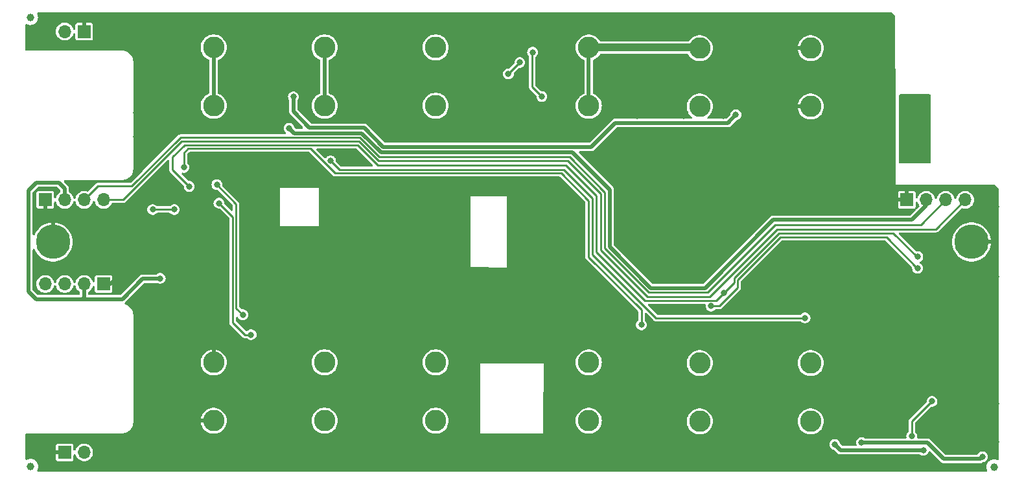
<source format=gbr>
%TF.GenerationSoftware,KiCad,Pcbnew,8.0.5*%
%TF.CreationDate,2024-10-26T00:13:31+01:00*%
%TF.ProjectId,V3,56332e6b-6963-4616-945f-706362585858,rev?*%
%TF.SameCoordinates,Original*%
%TF.FileFunction,Copper,L2,Bot*%
%TF.FilePolarity,Positive*%
%FSLAX46Y46*%
G04 Gerber Fmt 4.6, Leading zero omitted, Abs format (unit mm)*
G04 Created by KiCad (PCBNEW 8.0.5) date 2024-10-26 00:13:31*
%MOMM*%
%LPD*%
G01*
G04 APERTURE LIST*
%TA.AperFunction,ComponentPad*%
%ADD10C,4.500000*%
%TD*%
%TA.AperFunction,SMDPad,CuDef*%
%ADD11C,1.000000*%
%TD*%
%TA.AperFunction,ComponentPad*%
%ADD12C,2.800000*%
%TD*%
%TA.AperFunction,ComponentPad*%
%ADD13R,1.700000X1.700000*%
%TD*%
%TA.AperFunction,ComponentPad*%
%ADD14O,1.700000X1.700000*%
%TD*%
%TA.AperFunction,ViaPad*%
%ADD15C,0.800000*%
%TD*%
%TA.AperFunction,Conductor*%
%ADD16C,0.500000*%
%TD*%
%TA.AperFunction,Conductor*%
%ADD17C,0.250000*%
%TD*%
%TA.AperFunction,Conductor*%
%ADD18C,1.000000*%
%TD*%
G04 APERTURE END LIST*
D10*
%TO.P,H1,1,1*%
%TO.N,GND*%
X60000000Y0D03*
%TD*%
D11*
%TO.P,FID3,*%
%TO.N,*%
X-62930000Y-29350000D03*
%TD*%
D12*
%TO.P,U17,1*%
%TO.N,GND*%
X-39000000Y-23355000D03*
%TO.P,U17,2*%
X-39000000Y-15735000D03*
%TD*%
%TO.P,U4,1*%
%TO.N,unconnected-(U4-Pad1)*%
X10000000Y-23363500D03*
%TO.P,U4,2*%
%TO.N,Vin1*%
X10000000Y-15743500D03*
%TD*%
%TO.P,U13,1*%
%TO.N,Net-(U13-Pad1)*%
X-24500000Y25415000D03*
%TO.P,U13,2*%
X-24500000Y17795000D03*
%TD*%
%TO.P,U15,1*%
%TO.N,Net-(U15-Pad1)*%
X-10000000Y-23355000D03*
%TO.P,U15,2*%
X-10000000Y-15735000D03*
%TD*%
D11*
%TO.P,FID2,*%
%TO.N,*%
X-62950000Y29360000D03*
%TD*%
D12*
%TO.P,U14,1*%
%TO.N,Net-(U13-Pad1)*%
X-39000000Y25415000D03*
%TO.P,U14,2*%
X-39000000Y17795000D03*
%TD*%
%TO.P,U5,1*%
%TO.N,unconnected-(U5-Pad1)*%
X24500000Y-23453500D03*
%TO.P,U5,2*%
%TO.N,Net-(U5-Pad2)*%
X24500000Y-15833500D03*
%TD*%
%TO.P,U9,1*%
%TO.N,GND*%
X39000000Y25316500D03*
%TO.P,U9,2*%
X39000000Y17696500D03*
%TD*%
D13*
%TO.P,J6,1,Pin_1*%
%TO.N,GND*%
X-55920000Y27500000D03*
D14*
%TO.P,J6,2,Pin_2*%
%TO.N,Net-(D5-A)*%
X-58460000Y27500000D03*
%TD*%
D12*
%TO.P,U7,1*%
%TO.N,Net-(U7-Pad1)*%
X10000000Y25406500D03*
%TO.P,U7,2*%
X10000000Y17786500D03*
%TD*%
D13*
%TO.P,J4,1,Pin_1*%
%TO.N,GND*%
X51550000Y5500000D03*
D14*
%TO.P,J4,2,Pin_2*%
%TO.N,CO2_VCC*%
X54090000Y5500000D03*
%TO.P,J4,3,Pin_3*%
%TO.N,SCL*%
X56629999Y5500000D03*
%TO.P,J4,4,Pin_4*%
%TO.N,SDA*%
X59170000Y5500000D03*
%TD*%
D11*
%TO.P,FID4,*%
%TO.N,*%
X62960000Y-29390000D03*
%TD*%
D12*
%TO.P,U8,1*%
%TO.N,Net-(U7-Pad1)*%
X24500000Y25316500D03*
%TO.P,U8,2*%
X24500000Y17696500D03*
%TD*%
D13*
%TO.P,J1,1,Pin_1*%
%TO.N,GND*%
X-53380000Y-5500000D03*
D14*
%TO.P,J1,2,Pin_2*%
%TO.N,CO2_VCC*%
X-55920000Y-5500000D03*
%TO.P,J1,3,Pin_3*%
%TO.N,SCL*%
X-58459999Y-5500000D03*
%TO.P,J1,4,Pin_4*%
%TO.N,SDA*%
X-61000000Y-5500000D03*
%TD*%
D13*
%TO.P,J2,1,Pin_1*%
%TO.N,GND*%
X-61000000Y5500000D03*
D14*
%TO.P,J2,2,Pin_2*%
%TO.N,CO2_VCC*%
X-58460000Y5500000D03*
%TO.P,J2,3,Pin_3*%
%TO.N,SCL*%
X-55920001Y5500000D03*
%TO.P,J2,4,Pin_4*%
%TO.N,SDA*%
X-53380000Y5500000D03*
%TD*%
D12*
%TO.P,U10,1*%
%TO.N,unconnected-(U10-Pad1)*%
X-10000000Y25415000D03*
%TO.P,U10,2*%
%TO.N,Vin2*%
X-10000000Y17795000D03*
%TD*%
D10*
%TO.P,H2,1,1*%
%TO.N,GND*%
X-60000000Y0D03*
%TD*%
D13*
%TO.P,J7,1,Pin_1*%
%TO.N,GND*%
X-58460000Y-27500000D03*
D14*
%TO.P,J7,2,Pin_2*%
%TO.N,Net-(D6-A)*%
X-55920000Y-27500000D03*
%TD*%
D12*
%TO.P,U16,1*%
%TO.N,Net-(U15-Pad1)*%
X-24500000Y-23355000D03*
%TO.P,U16,2*%
X-24500000Y-15735000D03*
%TD*%
%TO.P,U6,1*%
%TO.N,unconnected-(U6-Pad1)*%
X39000000Y-23453500D03*
%TO.P,U6,2*%
%TO.N,Net-(U5-Pad2)*%
X39000000Y-15833500D03*
%TD*%
D15*
%TO.N,DISPLAY_DC*%
X52950000Y-3430000D03*
X16870000Y-10840000D03*
X25960000Y-8385000D03*
X-42900000Y9750000D03*
%TO.N,DISPLAY_MOSI*%
X-46970000Y4230000D03*
X-44150000Y4230000D03*
%TO.N,CO2_PWR*%
X52190000Y-25370000D03*
X54850000Y-20830000D03*
%TO.N,GSM_PWR*%
X-23720000Y10590000D03*
X38260000Y-9930000D03*
%TO.N,MCU_3V3*%
X42140000Y-26450000D03*
X53700000Y-27220000D03*
%TO.N,DISPLAY_SCK*%
X-34110000Y-12120000D03*
X-38310000Y5060000D03*
%TO.N,CO2_VCC*%
X-29140000Y14850000D03*
X-45980000Y-4750000D03*
%TO.N,GSM_VCC*%
X-28580000Y18960000D03*
X29225000Y16605000D03*
%TO.N,Net-(ANT1-FEED_(50_OHM))*%
X53350000Y16171225D03*
X50950000Y10750000D03*
%TO.N,DISPLAY_RST*%
X27620000Y-6680000D03*
X52990000Y-1920000D03*
X-42200000Y7250000D03*
%TO.N,DISPLAY_BUSY*%
X-38580000Y7490000D03*
X-35200000Y-9510000D03*
%TO.N,GND*%
X-44990000Y-2420000D03*
X0Y-9520000D03*
X22410000Y16430000D03*
X22320000Y-11280000D03*
X5924200Y97200D03*
X3424200Y5047200D03*
X17270000Y-3750000D03*
X-41780000Y10500000D03*
X-36460000Y21250000D03*
X42050000Y9250000D03*
X32100000Y10050000D03*
X5490000Y8010000D03*
X33420000Y-2200000D03*
X42750000Y-200000D03*
X49650000Y7100000D03*
X15270000Y-10910000D03*
X-10000Y8010000D03*
X17200000Y-22050000D03*
X-60950000Y3500000D03*
X-41550000Y29600000D03*
X30200000Y10100000D03*
X19850000Y29600000D03*
X52270000Y-4640000D03*
X19730000Y-8840000D03*
X5924200Y-2002800D03*
X-50440000Y-25420000D03*
X3320000Y13440000D03*
X3724200Y-2002800D03*
X-22540000Y7710000D03*
X-14050000Y26200000D03*
X-40370000Y21120000D03*
X-23150000Y23490000D03*
X49583000Y13984600D03*
X-48950000Y29600000D03*
X13450000Y-6800000D03*
X-49050000Y22600000D03*
X49600000Y29350000D03*
X18810000Y14000000D03*
X28430000Y-8990000D03*
X-3570000Y-29600000D03*
X21950000Y-17500000D03*
X-45030000Y1730000D03*
X-32450000Y-2200000D03*
X-47050000Y6800000D03*
X-6050000Y13500000D03*
X-60140000Y-29570000D03*
X7960000Y6090000D03*
X-30300000Y-29600000D03*
X54320000Y-120000D03*
X46650000Y11700000D03*
X-37330000Y14800000D03*
X40950000Y29600000D03*
X-6001000Y5144200D03*
X33900000Y10000000D03*
X-37680000Y-6370000D03*
X-24800000Y29600000D03*
X6970000Y7010000D03*
X35500000Y-22000000D03*
X-49050000Y5500000D03*
X42100000Y11750000D03*
X8600000Y-29580000D03*
X27550000Y16480000D03*
X-21630000Y26390000D03*
X35760000Y-240000D03*
X27640000Y14460000D03*
X-32450000Y5100000D03*
X-22450000Y16000000D03*
X63200000Y4600000D03*
X44800000Y29600000D03*
X34250000Y22800000D03*
X-1610000Y13420000D03*
X49650000Y9200000D03*
X41450000Y-17500000D03*
X-9000000Y-9490000D03*
X45650000Y4120000D03*
X-6001000Y2144200D03*
X-54650000Y29600000D03*
X46600000Y9250000D03*
X33320000Y-11180000D03*
X27550000Y-22050000D03*
X8390000Y-3730000D03*
X-63160000Y25480000D03*
X4720000Y-19150000D03*
X1050000Y13500000D03*
X1524200Y-2002800D03*
X-49250000Y-3800000D03*
X-56730000Y29540000D03*
X-50000Y29500000D03*
X12650000Y-22050000D03*
X27240000Y-11220000D03*
X25490000Y14280000D03*
X17150000Y-15700000D03*
X4430000Y-29600000D03*
X28500000Y-890000D03*
X5924200Y-902800D03*
X-60710000Y25440000D03*
X-43050000Y-4000000D03*
X59790000Y-21100000D03*
X-3300000Y21600000D03*
X23880000Y14360000D03*
X-15400000Y29600000D03*
X17150000Y-24100000D03*
X7530000Y13430000D03*
X-11610000Y-29580000D03*
X2624200Y-902800D03*
X11550000Y29600000D03*
X38000000Y29600000D03*
X-63180000Y-25440000D03*
X-43900000Y29600000D03*
X8300000Y-17400000D03*
X-40090000Y14810000D03*
X-15330000Y-29570000D03*
X-35050000Y-6400000D03*
X45100000Y9300000D03*
X-30450000Y11400000D03*
X7450000Y-22050000D03*
X35450000Y-17600000D03*
X-23020000Y-29570000D03*
X1670000Y-15360000D03*
X-43960000Y-29580000D03*
X-49230000Y-8190000D03*
X62550000Y6950000D03*
X42520000Y-29600000D03*
X21950000Y24060000D03*
X4670000Y-21100000D03*
X33260000Y3810000D03*
X1524200Y-902800D03*
X60190000Y-26010000D03*
X22440000Y14320000D03*
X-53800000Y-25420000D03*
X-63200000Y-27290000D03*
X-45150000Y7100000D03*
X-37120000Y-29580000D03*
X2300000Y29600000D03*
X-2990000Y-12910000D03*
X-1760000Y8010000D03*
X22590000Y-4950000D03*
X43650000Y11750000D03*
X-43150000Y-7700000D03*
X-17320000Y26460000D03*
X-40410000Y-29600000D03*
X43540000Y-22170000D03*
X-8450000Y29600000D03*
X-45130000Y5290000D03*
X4500000Y-15330000D03*
X33390000Y-29580000D03*
X3724200Y97200D03*
X-3275800Y6397200D03*
X13810000Y16680000D03*
X-21700000Y29600000D03*
X-4870000Y-18960000D03*
X46160000Y-18919883D03*
X9000000Y-9510000D03*
X63170000Y-1970000D03*
X17150000Y-17400000D03*
X52950000Y7100000D03*
X-275800Y5087200D03*
X-1620000Y-15330000D03*
X4690000Y-24580000D03*
X16350000Y16500000D03*
X-49100000Y16850000D03*
X41400000Y-22050000D03*
X1524200Y97200D03*
X11860000Y9340000D03*
X-16640000Y18840000D03*
X35800000Y14800000D03*
X48540000Y-220000D03*
X63180000Y-26110000D03*
X-20850000Y7700000D03*
X-33750000Y29600000D03*
X-19290000Y-29590000D03*
X15250000Y-8700000D03*
X4824200Y97200D03*
X-13850000Y8000000D03*
X5570000Y13490000D03*
X48200000Y11700000D03*
X27550000Y-17500000D03*
X32750000Y14800000D03*
X42700000Y4110000D03*
X63190000Y-21160000D03*
X29850000Y-29600000D03*
X49600000Y11750000D03*
X63160000Y-30000D03*
X12650000Y-17400000D03*
X31260000Y-11230000D03*
X18850000Y16700000D03*
X-32350000Y1400000D03*
X-49050000Y19700000D03*
X-53950000Y-29580000D03*
X-26850000Y-29600000D03*
X-6001000Y-855800D03*
X-30950000Y29600000D03*
X-8250000Y8000000D03*
X13810000Y1170000D03*
X-58540000Y3430000D03*
X38250000Y-5640000D03*
X-49050000Y10000000D03*
X-32210000Y14540000D03*
X15100000Y29600000D03*
X39960000Y-10830000D03*
X-12000000Y29600000D03*
X46130000Y-20960000D03*
X9290000Y-2410000D03*
X-4850000Y-21840000D03*
X11780000Y15190000D03*
X45620000Y-190000D03*
X-6001000Y3644200D03*
X19960000Y-29570000D03*
X-7510000Y-29580000D03*
X49583000Y22984600D03*
X-49030000Y-15500000D03*
X12360000Y-29590000D03*
X-18750000Y29600000D03*
X3740000Y8010000D03*
X2624200Y-2002800D03*
X-34650000Y14600000D03*
X-58190000Y-29590000D03*
X4824200Y-2002800D03*
X13690000Y6260000D03*
X-56390000Y-29560000D03*
X-49100000Y13740000D03*
X2624200Y97200D03*
X-51150000Y-4200000D03*
X-6001000Y644200D03*
X27350000Y29600000D03*
X-31600000Y-22500000D03*
X24900000Y-29590000D03*
X-31550000Y-18950000D03*
X-60840000Y-25530000D03*
X-7600000Y26250000D03*
X-25750000Y16000000D03*
X-16050000Y13460000D03*
X-60750000Y29600000D03*
X49583000Y18484600D03*
X9660000Y11440000D03*
X-34080000Y-29600000D03*
X34050000Y14850000D03*
X10450000Y10600000D03*
X4824200Y-902800D03*
X-36600000Y29600000D03*
X22000000Y1250000D03*
X-8650000Y13440000D03*
X33760000Y-8670000D03*
X54820000Y-4670000D03*
X-32960000Y-9920000D03*
X30550000Y29600000D03*
X-2650000Y29600000D03*
X30470000Y1080000D03*
X57900000Y7100000D03*
X7900000Y29600000D03*
X23800000Y29600000D03*
X-16650000Y8000000D03*
X58060000Y-29600000D03*
X49583000Y15484600D03*
X34250000Y25350000D03*
X-4790000Y-15410000D03*
X55350000Y7100000D03*
X-39050000Y29550000D03*
X-6010000Y8010000D03*
X63160000Y1980000D03*
X52350000Y-29600000D03*
X-3850000Y13500000D03*
X-45040000Y-6900000D03*
X1990000Y8010000D03*
X-49060000Y-11550000D03*
X48680000Y4120000D03*
X-49140000Y-24140000D03*
X21390000Y26700000D03*
X-6001000Y6644200D03*
X-20000Y-29600000D03*
X40550000Y11750000D03*
X11550000Y-5000000D03*
X49583000Y19984600D03*
X37450000Y10450000D03*
X-39000000Y-13250000D03*
X49583000Y25984600D03*
X31700000Y-22000000D03*
X-27900000Y29600000D03*
X15820000Y-29590000D03*
X31450000Y14800000D03*
X-41750000Y-23400000D03*
X13720000Y4410000D03*
X37150000Y7300000D03*
X-12240000Y13500000D03*
X-63200000Y27550000D03*
X34100000Y29600000D03*
X-42790000Y14770000D03*
X49583000Y27484600D03*
X12890000Y8220000D03*
X-25640000Y23010000D03*
X49583000Y16984600D03*
X6800000Y21350000D03*
X-30250000Y9400000D03*
X47060000Y-29600000D03*
X13550000Y14000000D03*
X60350000Y7100000D03*
X20220000Y-4960000D03*
X41990000Y-5650000D03*
X63150000Y-9300000D03*
X-30450000Y7700000D03*
X15790000Y-2130000D03*
X-3760000Y8010000D03*
X-23000000Y-5550000D03*
X23690000Y-9130000D03*
X-50180000Y-29530000D03*
X-46500000Y29600000D03*
X16350000Y14000000D03*
X43600000Y9250000D03*
X63180000Y-4510000D03*
X37900000Y-29590000D03*
X60850000Y-29570000D03*
X44150000Y-17500000D03*
X-32450000Y3300000D03*
X31550000Y-17500000D03*
X38900000Y11750000D03*
X49583000Y21484600D03*
X-37930000Y-9830000D03*
X-47380000Y-29570000D03*
X-45170000Y8840000D03*
X-42850000Y600000D03*
X-11050000Y8000000D03*
X3724200Y-902800D03*
X-49080000Y-19320000D03*
X18500000Y-4940000D03*
X22000000Y-22050000D03*
X48200000Y9250000D03*
X-20750000Y11300000D03*
X-58650000Y29600000D03*
X-33050000Y-6350000D03*
X34200000Y20450000D03*
X45150000Y11750000D03*
%TO.N,USB_5V*%
X61440000Y-28060000D03*
X45650000Y-26220000D03*
%TO.N,TVS_IO*%
X-495000Y21955000D03*
X1000000Y23450000D03*
%TO.N,TVS_CLK*%
X2660000Y24790000D03*
X3860000Y19000000D03*
%TD*%
D16*
%TO.N,MCU_3V3*%
X42910000Y-27220000D02*
X53700000Y-27220000D01*
X42140000Y-26450000D02*
X42910000Y-27220000D01*
D17*
%TO.N,DISPLAY_DC*%
X9990000Y5410000D02*
X9990000Y-1990000D01*
X27045000Y-8385000D02*
X29430000Y-6000000D01*
X-42900000Y9750000D02*
X-42900000Y11650000D01*
X-23125305Y8970000D02*
X6430000Y8970000D01*
X35030000Y620000D02*
X48880000Y620000D01*
X-42325000Y12225000D02*
X-26380305Y12225000D01*
X25960000Y-8385000D02*
X27045000Y-8385000D01*
X29430000Y-4980000D02*
X35030000Y620000D01*
X-42900000Y11650000D02*
X-42325000Y12225000D01*
X29430000Y-6000000D02*
X29430000Y-4980000D01*
X16870000Y-8870000D02*
X16870000Y-10840000D01*
X52930000Y-3430000D02*
X52950000Y-3430000D01*
X-26380305Y12225000D02*
X-23125305Y8970000D01*
X9990000Y-1990000D02*
X16870000Y-8870000D01*
X6430000Y8970000D02*
X9990000Y5410000D01*
X48880000Y620000D02*
X52930000Y-3430000D01*
%TO.N,DISPLAY_MOSI*%
X-46970000Y4230000D02*
X-44150000Y4230000D01*
%TO.N,SCL*%
X12090000Y6510000D02*
X7470000Y11130000D01*
X53379999Y2250000D02*
X34380000Y2250000D01*
X17860000Y-6600000D02*
X12090000Y-830000D01*
X34380000Y2250000D02*
X25530000Y-6600000D01*
X56629999Y5500000D02*
X53379999Y2250000D01*
X12090000Y-830000D02*
X12090000Y6510000D01*
X-17380000Y11130000D02*
X-19890000Y13640000D01*
X-19890000Y13640000D02*
X-43330000Y13640000D01*
X-49685000Y7285000D02*
X-54135000Y7285000D01*
X-43330000Y13640000D02*
X-49685000Y7285000D01*
X-54135000Y7285000D02*
X-55920001Y5500000D01*
X7470000Y11130000D02*
X-17380000Y11130000D01*
X25530000Y-6600000D02*
X17860000Y-6600000D01*
%TO.N,SDA*%
X-43208604Y13125000D02*
X-50833604Y5500000D01*
X7260000Y10580000D02*
X-17466396Y10580000D01*
X11550000Y6290000D02*
X7260000Y10580000D01*
X-17466396Y10580000D02*
X-20011396Y13125000D01*
X59170000Y5500000D02*
X55350000Y1680000D01*
X55350000Y1680000D02*
X34580000Y1680000D01*
X17640000Y-7140000D02*
X11550000Y-1050000D01*
X11550000Y-1050000D02*
X11550000Y6290000D01*
X-50833604Y5500000D02*
X-53380000Y5500000D01*
X-20011396Y13125000D02*
X-43208604Y13125000D01*
X25760000Y-7140000D02*
X17640000Y-7140000D01*
X34580000Y1680000D02*
X25760000Y-7140000D01*
%TO.N,CO2_PWR*%
X54800000Y-20830000D02*
X54850000Y-20830000D01*
X52190000Y-23440000D02*
X54800000Y-20830000D01*
X52190000Y-25370000D02*
X52190000Y-23440000D01*
%TO.N,GSM_PWR*%
X18770000Y-9920000D02*
X38250000Y-9920000D01*
X38250000Y-9920000D02*
X38260000Y-9930000D01*
X10490000Y5710000D02*
X10490000Y-1640000D01*
X-23720000Y10590000D02*
X-22550000Y9420000D01*
X10490000Y-1640000D02*
X18770000Y-9920000D01*
X-22550000Y9420000D02*
X6780000Y9420000D01*
X6780000Y9420000D02*
X10490000Y5710000D01*
%TO.N,DISPLAY_SCK*%
X-34110000Y-12120000D02*
X-34930000Y-12120000D01*
X-34930000Y-12120000D02*
X-36510000Y-10540000D01*
X-36510000Y3260000D02*
X-38310000Y5060000D01*
X-36510000Y-10540000D02*
X-36510000Y3260000D01*
D16*
%TO.N,CO2_VCC*%
X54090000Y4740000D02*
X54090000Y5500000D01*
X-62200000Y7750000D02*
X-63200000Y6750000D01*
X-48250000Y-4800000D02*
X-50950000Y-7500000D01*
X12730000Y-656828D02*
X18098172Y-6025000D01*
X-55920000Y-7220000D02*
X-55920000Y-5500000D01*
X-59200000Y7750000D02*
X-58460000Y7010000D01*
X52250000Y2900000D02*
X54090000Y4740000D01*
X-63200000Y6750000D02*
X-63200000Y-6500000D01*
X-59200000Y7750000D02*
X-62200000Y7750000D01*
X12730000Y6840000D02*
X12730000Y-656828D01*
X-58460000Y7010000D02*
X-58460000Y5500000D01*
X-46030000Y-4800000D02*
X-48250000Y-4800000D01*
X-17141827Y11705000D02*
X7865000Y11705000D01*
X-28505000Y14215000D02*
X-19651827Y14215000D01*
X-50950000Y-7500000D02*
X-56200000Y-7500000D01*
X-19651827Y14215000D02*
X-17141827Y11705000D01*
X18098172Y-6025000D02*
X25165000Y-6025000D01*
X34090000Y2900000D02*
X52250000Y2900000D01*
X7865000Y11705000D02*
X12730000Y6840000D01*
X-62200000Y-7500000D02*
X-56200000Y-7500000D01*
X-63200000Y-6500000D02*
X-62200000Y-7500000D01*
X-56200000Y-7500000D02*
X-55920000Y-7220000D01*
X25165000Y-6025000D02*
X34090000Y2900000D01*
X-45980000Y-4750000D02*
X-46030000Y-4800000D01*
X-29140000Y14850000D02*
X-28505000Y14215000D01*
%TO.N,GSM_VCC*%
X-19361878Y14915000D02*
X-26485000Y14915000D01*
X28150000Y15530000D02*
X13405000Y15530000D01*
X29225000Y16605000D02*
X28150000Y15530000D01*
X-26485000Y14915000D02*
X-28580000Y17010000D01*
X-16851878Y12405000D02*
X-19361878Y14915000D01*
X-28580000Y17010000D02*
X-28580000Y18960000D01*
X13405000Y15530000D02*
X10280000Y12405000D01*
X10280000Y12405000D02*
X-16851878Y12405000D01*
D17*
%TO.N,DISPLAY_RST*%
X-17542792Y10020000D02*
X-20197792Y12675000D01*
X-42805000Y12675000D02*
X-44360000Y11120000D01*
X26640000Y-7660000D02*
X17360000Y-7660000D01*
X11020000Y-1320000D02*
X11020000Y6030000D01*
X17360000Y-7660000D02*
X11020000Y-1320000D01*
X52850000Y-1920000D02*
X52990000Y-1920000D01*
X27620000Y-6680000D02*
X28980000Y-5320000D01*
X-44360000Y9410000D02*
X-42200000Y7250000D01*
X34840000Y1150000D02*
X49780000Y1150000D01*
X27620000Y-6680000D02*
X26640000Y-7660000D01*
X-20197792Y12675000D02*
X-42805000Y12675000D01*
X28980000Y-4710000D02*
X34840000Y1150000D01*
X28980000Y-5320000D02*
X28980000Y-4710000D01*
X7030000Y10020000D02*
X-17542792Y10020000D01*
X49780000Y1150000D02*
X52850000Y-1920000D01*
X11020000Y6030000D02*
X7030000Y10020000D01*
X-44360000Y11120000D02*
X-44360000Y9410000D01*
%TO.N,DISPLAY_BUSY*%
X-35200000Y-9510000D02*
X-36060000Y-8650000D01*
X-36060000Y4970000D02*
X-38580000Y7490000D01*
X-36060000Y-8650000D02*
X-36060000Y4970000D01*
D16*
%TO.N,GND*%
X51550000Y6790000D02*
X51240000Y7100000D01*
X-39000000Y-15735000D02*
X-39000000Y-13250000D01*
X36953500Y17696500D02*
X34200000Y20450000D01*
X63130000Y0D02*
X63160000Y-30000D01*
X-48950000Y29600000D02*
X-48950000Y29500000D01*
X-41705000Y-23355000D02*
X-41750000Y-23400000D01*
X-60840000Y-26630000D02*
X-60840000Y-25530000D01*
X-60000000Y2550000D02*
X-60950000Y3500000D01*
X-58460000Y-27500000D02*
X-60050000Y-27500000D01*
X60000000Y0D02*
X63130000Y0D01*
X51240000Y7100000D02*
X49650000Y7100000D01*
X-61000000Y3550000D02*
X-60950000Y3500000D01*
X-55920000Y28730000D02*
X-56730000Y29540000D01*
X34283500Y25316500D02*
X34250000Y25350000D01*
X-60000000Y0D02*
X-60000000Y2550000D01*
X39000000Y25316500D02*
X34283500Y25316500D01*
X-55920000Y27500000D02*
X-55920000Y28730000D01*
X48680000Y4120000D02*
X50060000Y5500000D01*
X39000000Y17696500D02*
X36953500Y17696500D01*
X-60050000Y-27500000D02*
X-60880000Y-26670000D01*
X50060000Y5500000D02*
X51550000Y5500000D01*
X-52450000Y-5500000D02*
X-51150000Y-4200000D01*
X-39000000Y-23355000D02*
X-41705000Y-23355000D01*
X-53380000Y-5500000D02*
X-52450000Y-5500000D01*
X-61000000Y5500000D02*
X-61000000Y3550000D01*
X-60880000Y-26670000D02*
X-60840000Y-26630000D01*
X51550000Y5500000D02*
X51550000Y6790000D01*
%TO.N,USB_5V*%
X61160000Y-28340000D02*
X56340000Y-28340000D01*
X61440000Y-28060000D02*
X61160000Y-28340000D01*
X54220000Y-26220000D02*
X45650000Y-26220000D01*
X56340000Y-28340000D02*
X54220000Y-26220000D01*
D18*
%TO.N,Net-(U7-Pad1)*%
X24160000Y25406500D02*
X10000000Y25406500D01*
D16*
X10000000Y25406500D02*
X10000000Y17786500D01*
%TO.N,Net-(U13-Pad1)*%
X-39000000Y17795000D02*
X-39000000Y25415000D01*
X-24500000Y17795000D02*
X-24500000Y25415000D01*
D17*
%TO.N,TVS_IO*%
X-495000Y21955000D02*
X1000000Y23450000D01*
%TO.N,TVS_CLK*%
X2630000Y20230000D02*
X2630000Y24760000D01*
X3860000Y19000000D02*
X2630000Y20230000D01*
X2630000Y24760000D02*
X2660000Y24790000D01*
%TD*%
%TA.AperFunction,Conductor*%
%TO.N,GND*%
G36*
X49564992Y29979538D02*
G01*
X49595732Y29955976D01*
X49922766Y29629644D01*
X50009067Y29543529D01*
X50047702Y29476775D01*
X50052820Y29438380D01*
X50081624Y16044701D01*
X50097608Y8611837D01*
X50100000Y7500000D01*
X62988282Y7500000D01*
X63062782Y7480038D01*
X63093641Y7456359D01*
X63555859Y6994141D01*
X63594423Y6927346D01*
X63599500Y6888782D01*
X63599500Y-28348773D01*
X63579538Y-28423273D01*
X63525000Y-28477811D01*
X63450500Y-28497773D01*
X63380262Y-28480179D01*
X63344731Y-28461187D01*
X63156134Y-28403976D01*
X62960000Y-28384659D01*
X62763865Y-28403976D01*
X62575268Y-28461187D01*
X62401473Y-28554083D01*
X62401465Y-28554088D01*
X62401463Y-28554089D01*
X62401462Y-28554090D01*
X62249117Y-28679117D01*
X62156909Y-28791473D01*
X62124088Y-28831465D01*
X62124083Y-28831473D01*
X62031187Y-29005268D01*
X61973976Y-29193865D01*
X61954659Y-29390000D01*
X61973976Y-29586134D01*
X62031187Y-29774730D01*
X62034143Y-29780260D01*
X62051658Y-29855373D01*
X62029270Y-29929180D01*
X61972978Y-29981905D01*
X61902738Y-29999500D01*
X-61894118Y-29999500D01*
X-61968618Y-29979538D01*
X-62023156Y-29925000D01*
X-62043118Y-29850500D01*
X-62025525Y-29780262D01*
X-62001186Y-29734727D01*
X-61943976Y-29546134D01*
X-61924659Y-29350000D01*
X-61943976Y-29153865D01*
X-62001187Y-28965268D01*
X-62094083Y-28791473D01*
X-62094088Y-28791465D01*
X-62103079Y-28780510D01*
X-62219117Y-28639117D01*
X-62371462Y-28514090D01*
X-62371463Y-28514089D01*
X-62371465Y-28514088D01*
X-62371473Y-28514083D01*
X-62545268Y-28421187D01*
X-62733865Y-28363976D01*
X-62930000Y-28344659D01*
X-63126134Y-28363976D01*
X-63227725Y-28394794D01*
X-63314727Y-28421186D01*
X-63314728Y-28421186D01*
X-63314729Y-28421187D01*
X-63380263Y-28456215D01*
X-63455376Y-28473728D01*
X-63529183Y-28451339D01*
X-63581907Y-28395045D01*
X-63599500Y-28324808D01*
X-63599500Y-26605204D01*
X-59609999Y-26605204D01*
X-59609999Y-28394794D01*
X-59607090Y-28419874D01*
X-59561787Y-28522477D01*
X-59561787Y-28522478D01*
X-59482478Y-28601786D01*
X-59379871Y-28647091D01*
X-59354795Y-28649999D01*
X-57565205Y-28649999D01*
X-57540125Y-28647090D01*
X-57437522Y-28601787D01*
X-57358213Y-28522478D01*
X-57312908Y-28419871D01*
X-57310000Y-28394795D01*
X-57310000Y-27886878D01*
X-57290038Y-27812378D01*
X-57235500Y-27757840D01*
X-57161000Y-27737878D01*
X-57086500Y-27757840D01*
X-57031962Y-27812378D01*
X-57017688Y-27846100D01*
X-56997405Y-27917389D01*
X-56902366Y-28108255D01*
X-56773872Y-28278407D01*
X-56616302Y-28422052D01*
X-56435019Y-28534298D01*
X-56236198Y-28611321D01*
X-56026610Y-28650500D01*
X-56026607Y-28650500D01*
X-55813393Y-28650500D01*
X-55813390Y-28650500D01*
X-55603802Y-28611321D01*
X-55456052Y-28554083D01*
X-55404983Y-28534299D01*
X-55404977Y-28534296D01*
X-55223698Y-28422052D01*
X-55223697Y-28422051D01*
X-55138802Y-28344659D01*
X-55066128Y-28278407D01*
X-55028722Y-28228874D01*
X-54937636Y-28108259D01*
X-54842594Y-27917387D01*
X-54842593Y-27917385D01*
X-54800801Y-27770500D01*
X-54784244Y-27712310D01*
X-54784243Y-27712307D01*
X-54784243Y-27712305D01*
X-54764571Y-27500004D01*
X-54764571Y-27499995D01*
X-54784243Y-27287694D01*
X-54842593Y-27082614D01*
X-54842594Y-27082612D01*
X-54937636Y-26891740D01*
X-55066127Y-26721593D01*
X-55223697Y-26577948D01*
X-55223698Y-26577947D01*
X-55404977Y-26465703D01*
X-55404983Y-26465700D01*
X-55445510Y-26450000D01*
X41434355Y-26450000D01*
X41454860Y-26618874D01*
X41515181Y-26777929D01*
X41515182Y-26777930D01*
X41611817Y-26917929D01*
X41611819Y-26917930D01*
X41611820Y-26917932D01*
X41739146Y-27030732D01*
X41739148Y-27030734D01*
X41889775Y-27109790D01*
X42023943Y-27142859D01*
X42091501Y-27180069D01*
X42093645Y-27182170D01*
X42571985Y-27660510D01*
X42675892Y-27720500D01*
X42675893Y-27720501D01*
X42697511Y-27732982D01*
X42697515Y-27732984D01*
X42837525Y-27770500D01*
X53208917Y-27770500D01*
X53283417Y-27790462D01*
X53293563Y-27796878D01*
X53299146Y-27800732D01*
X53299148Y-27800734D01*
X53449775Y-27879790D01*
X53614944Y-27920500D01*
X53785056Y-27920500D01*
X53950225Y-27879790D01*
X54100852Y-27800734D01*
X54228183Y-27687929D01*
X54324818Y-27547930D01*
X54365344Y-27441069D01*
X54410427Y-27378490D01*
X54480760Y-27346835D01*
X54557497Y-27354587D01*
X54610021Y-27388546D01*
X56001985Y-28780510D01*
X56127515Y-28852984D01*
X56267525Y-28890500D01*
X61232475Y-28890500D01*
X61372485Y-28852984D01*
X61498015Y-28780510D01*
X61498019Y-28780505D01*
X61498884Y-28779843D01*
X61500589Y-28779023D01*
X61506472Y-28775627D01*
X61506728Y-28776072D01*
X61553931Y-28753383D01*
X61690225Y-28719790D01*
X61840852Y-28640734D01*
X61968183Y-28527929D01*
X62064818Y-28387930D01*
X62125140Y-28228872D01*
X62145645Y-28060000D01*
X62125140Y-27891128D01*
X62095274Y-27812378D01*
X62064818Y-27732070D01*
X62056831Y-27720499D01*
X61968183Y-27592071D01*
X61968180Y-27592068D01*
X61968179Y-27592067D01*
X61840853Y-27479267D01*
X61840854Y-27479267D01*
X61690224Y-27400209D01*
X61525056Y-27359500D01*
X61354944Y-27359500D01*
X61189775Y-27400209D01*
X61039145Y-27479267D01*
X60911820Y-27592067D01*
X60911817Y-27592071D01*
X60819964Y-27725142D01*
X60761214Y-27775114D01*
X60697340Y-27789500D01*
X56629743Y-27789500D01*
X56555243Y-27769538D01*
X56524384Y-27745859D01*
X54558015Y-25779490D01*
X54432483Y-25707015D01*
X54432484Y-25707015D01*
X54398575Y-25697929D01*
X54292475Y-25669500D01*
X53027465Y-25669500D01*
X52952965Y-25649538D01*
X52898427Y-25595000D01*
X52878465Y-25520500D01*
X52879550Y-25502549D01*
X52895645Y-25370000D01*
X52875140Y-25201128D01*
X52871118Y-25190524D01*
X52814818Y-25042070D01*
X52813999Y-25040884D01*
X52718183Y-24902071D01*
X52665693Y-24855569D01*
X52623168Y-24791225D01*
X52615500Y-24744042D01*
X52615500Y-23677965D01*
X52635462Y-23603465D01*
X52659137Y-23572610D01*
X54657606Y-21574140D01*
X54724401Y-21535577D01*
X54762965Y-21530500D01*
X54935056Y-21530500D01*
X55100225Y-21489790D01*
X55250852Y-21410734D01*
X55378183Y-21297929D01*
X55474818Y-21157930D01*
X55535140Y-20998872D01*
X55555645Y-20830000D01*
X55535140Y-20661128D01*
X55474818Y-20502070D01*
X55378183Y-20362071D01*
X55378180Y-20362068D01*
X55378179Y-20362067D01*
X55250853Y-20249267D01*
X55250854Y-20249267D01*
X55100224Y-20170209D01*
X54935056Y-20129500D01*
X54764944Y-20129500D01*
X54599775Y-20170209D01*
X54449145Y-20249267D01*
X54321820Y-20362067D01*
X54321817Y-20362071D01*
X54225181Y-20502070D01*
X54164860Y-20661125D01*
X54143269Y-20838947D01*
X54139969Y-20838546D01*
X54124393Y-20896678D01*
X54100714Y-20927537D01*
X51928737Y-23099513D01*
X51928738Y-23099514D01*
X51849512Y-23178740D01*
X51793498Y-23275761D01*
X51764500Y-23383980D01*
X51764500Y-24744042D01*
X51744538Y-24818542D01*
X51714306Y-24855570D01*
X51661817Y-24902071D01*
X51565181Y-25042070D01*
X51504860Y-25201125D01*
X51504860Y-25201128D01*
X51484355Y-25370000D01*
X51500448Y-25502542D01*
X51489612Y-25578903D01*
X51442046Y-25639617D01*
X51370495Y-25668414D01*
X51352535Y-25669500D01*
X46141083Y-25669500D01*
X46066583Y-25649538D01*
X46056437Y-25643122D01*
X46050849Y-25639264D01*
X45900224Y-25560209D01*
X45735056Y-25519500D01*
X45564944Y-25519500D01*
X45399775Y-25560209D01*
X45249145Y-25639267D01*
X45121820Y-25752067D01*
X45121817Y-25752071D01*
X45025181Y-25892070D01*
X44964860Y-26051125D01*
X44964860Y-26051128D01*
X44944355Y-26220000D01*
X44964860Y-26388872D01*
X44964860Y-26388873D01*
X44964861Y-26388876D01*
X44994741Y-26467665D01*
X45002493Y-26544402D01*
X44970838Y-26614735D01*
X44908258Y-26659818D01*
X44855423Y-26669500D01*
X43199743Y-26669500D01*
X43125243Y-26649538D01*
X43094384Y-26625859D01*
X42871929Y-26403404D01*
X42833365Y-26336609D01*
X42829375Y-26316013D01*
X42825140Y-26281128D01*
X42764818Y-26122070D01*
X42668183Y-25982071D01*
X42668180Y-25982068D01*
X42668179Y-25982067D01*
X42540853Y-25869267D01*
X42540854Y-25869267D01*
X42390224Y-25790209D01*
X42225056Y-25749500D01*
X42054944Y-25749500D01*
X41889775Y-25790209D01*
X41739145Y-25869267D01*
X41611820Y-25982067D01*
X41611817Y-25982071D01*
X41515181Y-26122070D01*
X41454860Y-26281125D01*
X41434355Y-26450000D01*
X-55445510Y-26450000D01*
X-55603795Y-26388681D01*
X-55603802Y-26388679D01*
X-55813385Y-26349500D01*
X-55813390Y-26349500D01*
X-56026610Y-26349500D01*
X-56026614Y-26349500D01*
X-56194280Y-26380843D01*
X-56236198Y-26388679D01*
X-56236200Y-26388680D01*
X-56236204Y-26388681D01*
X-56435016Y-26465700D01*
X-56435022Y-26465703D01*
X-56616301Y-26577947D01*
X-56616302Y-26577948D01*
X-56773872Y-26721593D01*
X-56902363Y-26891740D01*
X-56902364Y-26891743D01*
X-56902366Y-26891745D01*
X-56997405Y-27082611D01*
X-56997405Y-27082612D01*
X-56997407Y-27082616D01*
X-57017688Y-27153898D01*
X-57057275Y-27220091D01*
X-57124656Y-27257623D01*
X-57201775Y-27256435D01*
X-57267968Y-27216848D01*
X-57305500Y-27149467D01*
X-57310000Y-27113123D01*
X-57310000Y-26605205D01*
X-57312909Y-26580125D01*
X-57358212Y-26477522D01*
X-57437522Y-26398213D01*
X-57437521Y-26398213D01*
X-57540128Y-26352908D01*
X-57565204Y-26350000D01*
X-59354794Y-26350000D01*
X-59379874Y-26352909D01*
X-59482477Y-26398212D01*
X-59561786Y-26477521D01*
X-59607091Y-26580128D01*
X-59609999Y-26605204D01*
X-63599500Y-26605204D01*
X-63599500Y-25190524D01*
X-63579538Y-25116024D01*
X-63556079Y-25085387D01*
X-63515217Y-25044356D01*
X-63448503Y-25005656D01*
X-63409644Y-25000500D01*
X-50892687Y-25000500D01*
X-50892683Y-25000500D01*
X-50892672Y-25000498D01*
X-50892668Y-25000498D01*
X-50680235Y-24969956D01*
X-50680226Y-24969954D01*
X-50598143Y-24945851D01*
X-50474290Y-24909485D01*
X-50474288Y-24909484D01*
X-50474287Y-24909484D01*
X-50376670Y-24864903D01*
X-50279050Y-24820322D01*
X-50098487Y-24704281D01*
X-49936276Y-24563724D01*
X-49795719Y-24401513D01*
X-49679676Y-24220947D01*
X-49679676Y-24220946D01*
X-49590515Y-24025712D01*
X-49590515Y-24025710D01*
X-49530045Y-23819773D01*
X-49530043Y-23819764D01*
X-49499501Y-23607331D01*
X-49499500Y-23607313D01*
X-49499500Y-23354995D01*
X-40704767Y-23354995D01*
X-40704767Y-23355004D01*
X-40685727Y-23609070D01*
X-40685724Y-23609092D01*
X-40629031Y-23857481D01*
X-40629029Y-23857488D01*
X-40535943Y-24094666D01*
X-40535941Y-24094671D01*
X-40408545Y-24315326D01*
X-40408540Y-24315334D01*
X-40249683Y-24514536D01*
X-40062904Y-24687841D01*
X-39852381Y-24831372D01*
X-39622830Y-24941918D01*
X-39622809Y-24941926D01*
X-39379351Y-25017023D01*
X-39379347Y-25017024D01*
X-39127400Y-25054999D01*
X-39127394Y-25055000D01*
X-38872606Y-25055000D01*
X-38872599Y-25054999D01*
X-38620652Y-25017024D01*
X-38620648Y-25017023D01*
X-38377187Y-24941925D01*
X-38377182Y-24941924D01*
X-38147622Y-24831375D01*
X-37937092Y-24687838D01*
X-37750316Y-24514536D01*
X-37591459Y-24315334D01*
X-37591454Y-24315326D01*
X-37464058Y-24094671D01*
X-37464056Y-24094666D01*
X-37370970Y-23857488D01*
X-37370968Y-23857481D01*
X-37314275Y-23609092D01*
X-37314272Y-23609070D01*
X-37295233Y-23355004D01*
X-37295233Y-23354995D01*
X-37295233Y-23354994D01*
X-26205268Y-23354994D01*
X-26205268Y-23355005D01*
X-26203096Y-23383982D01*
X-26186222Y-23609157D01*
X-26129508Y-23857637D01*
X-26036393Y-24094888D01*
X-25908959Y-24315612D01*
X-25750050Y-24514877D01*
X-25563217Y-24688232D01*
X-25352634Y-24831805D01*
X-25123004Y-24942389D01*
X-24879458Y-25017513D01*
X-24627435Y-25055500D01*
X-24627433Y-25055500D01*
X-24372567Y-25055500D01*
X-24372565Y-25055500D01*
X-24120542Y-25017513D01*
X-24120539Y-25017512D01*
X-24120538Y-25017512D01*
X-24120536Y-25017511D01*
X-24118957Y-25017024D01*
X-23876996Y-24942389D01*
X-23712974Y-24863400D01*
X-23647370Y-24831807D01*
X-23647369Y-24831806D01*
X-23647366Y-24831805D01*
X-23436783Y-24688232D01*
X-23249950Y-24514877D01*
X-23249949Y-24514875D01*
X-23249946Y-24514873D01*
X-23091045Y-24315617D01*
X-23091041Y-24315612D01*
X-23020477Y-24193391D01*
X-22963608Y-24094891D01*
X-22963605Y-24094884D01*
X-22870491Y-23857636D01*
X-22870490Y-23857632D01*
X-22813779Y-23609164D01*
X-22813776Y-23609144D01*
X-22794732Y-23355005D01*
X-22794732Y-23354994D01*
X-11705268Y-23354994D01*
X-11705268Y-23355005D01*
X-11703096Y-23383982D01*
X-11686222Y-23609157D01*
X-11629508Y-23857637D01*
X-11536393Y-24094888D01*
X-11408959Y-24315612D01*
X-11250050Y-24514877D01*
X-11063217Y-24688232D01*
X-10852634Y-24831805D01*
X-10623004Y-24942389D01*
X-10379458Y-25017513D01*
X-10127435Y-25055500D01*
X-10127433Y-25055500D01*
X-9872567Y-25055500D01*
X-9872565Y-25055500D01*
X-9836076Y-25050000D01*
X-4200000Y-25050000D01*
X4050000Y-25050000D01*
X4068432Y-23363494D01*
X8294732Y-23363494D01*
X8294732Y-23363505D01*
X8313776Y-23617644D01*
X8313779Y-23617664D01*
X8370490Y-23866132D01*
X8370491Y-23866136D01*
X8463605Y-24103384D01*
X8463608Y-24103391D01*
X8515163Y-24192686D01*
X8591041Y-24324112D01*
X8591045Y-24324117D01*
X8749946Y-24523373D01*
X8749949Y-24523375D01*
X8749950Y-24523377D01*
X8936783Y-24696732D01*
X9147366Y-24840305D01*
X9376996Y-24950889D01*
X9592986Y-25017513D01*
X9620536Y-25026011D01*
X9620538Y-25026012D01*
X9620539Y-25026012D01*
X9620542Y-25026013D01*
X9872565Y-25064000D01*
X9872567Y-25064000D01*
X10127433Y-25064000D01*
X10127435Y-25064000D01*
X10379458Y-25026013D01*
X10623004Y-24950889D01*
X10852634Y-24840305D01*
X11063217Y-24696732D01*
X11250050Y-24523377D01*
X11408959Y-24324112D01*
X11536393Y-24103388D01*
X11629508Y-23866137D01*
X11686222Y-23617657D01*
X11686864Y-23609092D01*
X11698524Y-23453494D01*
X22794732Y-23453494D01*
X22794732Y-23453505D01*
X22813776Y-23707644D01*
X22813779Y-23707664D01*
X22870490Y-23956132D01*
X22870491Y-23956136D01*
X22963605Y-24193384D01*
X22963608Y-24193391D01*
X23027324Y-24303750D01*
X23091041Y-24414112D01*
X23091045Y-24414117D01*
X23249946Y-24613373D01*
X23249949Y-24613375D01*
X23249950Y-24613377D01*
X23436783Y-24786732D01*
X23647366Y-24930305D01*
X23876996Y-25040889D01*
X24120536Y-25116011D01*
X24120538Y-25116012D01*
X24120539Y-25116012D01*
X24120542Y-25116013D01*
X24372565Y-25154000D01*
X24372567Y-25154000D01*
X24627433Y-25154000D01*
X24627435Y-25154000D01*
X24879458Y-25116013D01*
X25123004Y-25040889D01*
X25352634Y-24930305D01*
X25563217Y-24786732D01*
X25750050Y-24613377D01*
X25908959Y-24414112D01*
X26036393Y-24193388D01*
X26129508Y-23956137D01*
X26186222Y-23707657D01*
X26192966Y-23617664D01*
X26205268Y-23453505D01*
X26205268Y-23453494D01*
X37294732Y-23453494D01*
X37294732Y-23453505D01*
X37313776Y-23707644D01*
X37313779Y-23707664D01*
X37370490Y-23956132D01*
X37370491Y-23956136D01*
X37463605Y-24193384D01*
X37463608Y-24193391D01*
X37527324Y-24303750D01*
X37591041Y-24414112D01*
X37591045Y-24414117D01*
X37749946Y-24613373D01*
X37749949Y-24613375D01*
X37749950Y-24613377D01*
X37936783Y-24786732D01*
X38147366Y-24930305D01*
X38376996Y-25040889D01*
X38620536Y-25116011D01*
X38620538Y-25116012D01*
X38620539Y-25116012D01*
X38620542Y-25116013D01*
X38872565Y-25154000D01*
X38872567Y-25154000D01*
X39127433Y-25154000D01*
X39127435Y-25154000D01*
X39379458Y-25116013D01*
X39623004Y-25040889D01*
X39852634Y-24930305D01*
X40063217Y-24786732D01*
X40250050Y-24613377D01*
X40408959Y-24414112D01*
X40536393Y-24193388D01*
X40629508Y-23956137D01*
X40686222Y-23707657D01*
X40692966Y-23617664D01*
X40705268Y-23453505D01*
X40705268Y-23453494D01*
X40686223Y-23199355D01*
X40686222Y-23199353D01*
X40686222Y-23199343D01*
X40629508Y-22950863D01*
X40536393Y-22713612D01*
X40408959Y-22492888D01*
X40337186Y-22402888D01*
X40250053Y-22293626D01*
X40153052Y-22203623D01*
X40063217Y-22120268D01*
X39852634Y-21976695D01*
X39852631Y-21976694D01*
X39852629Y-21976692D01*
X39623013Y-21866115D01*
X39623009Y-21866113D01*
X39623004Y-21866111D01*
X39622996Y-21866108D01*
X39622992Y-21866107D01*
X39379463Y-21790988D01*
X39379461Y-21790987D01*
X39127437Y-21753000D01*
X39127435Y-21753000D01*
X38872565Y-21753000D01*
X38872562Y-21753000D01*
X38620538Y-21790987D01*
X38620536Y-21790988D01*
X38377007Y-21866107D01*
X38376986Y-21866115D01*
X38147370Y-21976692D01*
X37936780Y-22120270D01*
X37749946Y-22293626D01*
X37591045Y-22492882D01*
X37591040Y-22492890D01*
X37463608Y-22713608D01*
X37463605Y-22713615D01*
X37370491Y-22950863D01*
X37370490Y-22950867D01*
X37313779Y-23199335D01*
X37313776Y-23199355D01*
X37294732Y-23453494D01*
X26205268Y-23453494D01*
X26186223Y-23199355D01*
X26186222Y-23199353D01*
X26186222Y-23199343D01*
X26129508Y-22950863D01*
X26036393Y-22713612D01*
X25908959Y-22492888D01*
X25837186Y-22402888D01*
X25750053Y-22293626D01*
X25653052Y-22203623D01*
X25563217Y-22120268D01*
X25352634Y-21976695D01*
X25352631Y-21976694D01*
X25352629Y-21976692D01*
X25123013Y-21866115D01*
X25123009Y-21866113D01*
X25123004Y-21866111D01*
X25122996Y-21866108D01*
X25122992Y-21866107D01*
X24879463Y-21790988D01*
X24879461Y-21790987D01*
X24627437Y-21753000D01*
X24627435Y-21753000D01*
X24372565Y-21753000D01*
X24372562Y-21753000D01*
X24120538Y-21790987D01*
X24120536Y-21790988D01*
X23877007Y-21866107D01*
X23876986Y-21866115D01*
X23647370Y-21976692D01*
X23436780Y-22120270D01*
X23249946Y-22293626D01*
X23091045Y-22492882D01*
X23091040Y-22492890D01*
X22963608Y-22713608D01*
X22963605Y-22713615D01*
X22870491Y-22950863D01*
X22870490Y-22950867D01*
X22813779Y-23199335D01*
X22813776Y-23199355D01*
X22794732Y-23453494D01*
X11698524Y-23453494D01*
X11705268Y-23363505D01*
X11705268Y-23363494D01*
X11686223Y-23109355D01*
X11686222Y-23109353D01*
X11686222Y-23109343D01*
X11629508Y-22860863D01*
X11536393Y-22623612D01*
X11531610Y-22615328D01*
X11460920Y-22492888D01*
X11408959Y-22402888D01*
X11321823Y-22293623D01*
X11250053Y-22203626D01*
X11241255Y-22195463D01*
X11063217Y-22030268D01*
X10852634Y-21886695D01*
X10852631Y-21886694D01*
X10852629Y-21886692D01*
X10623013Y-21776115D01*
X10623009Y-21776113D01*
X10623004Y-21776111D01*
X10622996Y-21776108D01*
X10622992Y-21776107D01*
X10379463Y-21700988D01*
X10379461Y-21700987D01*
X10127437Y-21663000D01*
X10127435Y-21663000D01*
X9872565Y-21663000D01*
X9872562Y-21663000D01*
X9620538Y-21700987D01*
X9620536Y-21700988D01*
X9377007Y-21776107D01*
X9376986Y-21776115D01*
X9147370Y-21886692D01*
X8936780Y-22030270D01*
X8749946Y-22203626D01*
X8591045Y-22402882D01*
X8591040Y-22402890D01*
X8463608Y-22623608D01*
X8463605Y-22623615D01*
X8370491Y-22860863D01*
X8370490Y-22860867D01*
X8313779Y-23109335D01*
X8313776Y-23109355D01*
X8294732Y-23363494D01*
X4068432Y-23363494D01*
X4150000Y-15900000D01*
X-4200000Y-15900000D01*
X-4200000Y-25050000D01*
X-9836076Y-25050000D01*
X-9620542Y-25017513D01*
X-9620539Y-25017512D01*
X-9620538Y-25017512D01*
X-9620536Y-25017511D01*
X-9618957Y-25017024D01*
X-9376996Y-24942389D01*
X-9212974Y-24863400D01*
X-9147370Y-24831807D01*
X-9147369Y-24831806D01*
X-9147366Y-24831805D01*
X-8936783Y-24688232D01*
X-8749950Y-24514877D01*
X-8749949Y-24514875D01*
X-8749946Y-24514873D01*
X-8591045Y-24315617D01*
X-8591041Y-24315612D01*
X-8520477Y-24193391D01*
X-8463608Y-24094891D01*
X-8463605Y-24094884D01*
X-8370491Y-23857636D01*
X-8370490Y-23857632D01*
X-8313779Y-23609164D01*
X-8313776Y-23609144D01*
X-8294732Y-23355005D01*
X-8294732Y-23354994D01*
X-8313776Y-23100855D01*
X-8313779Y-23100835D01*
X-8370490Y-22852367D01*
X-8370491Y-22852363D01*
X-8463605Y-22615115D01*
X-8463608Y-22615108D01*
X-8577575Y-22417710D01*
X-8591041Y-22394388D01*
X-8591042Y-22394386D01*
X-8591045Y-22394382D01*
X-8749946Y-22195126D01*
X-8936780Y-22021770D01*
X-9147370Y-21878192D01*
X-9376986Y-21767615D01*
X-9377007Y-21767607D01*
X-9620536Y-21692488D01*
X-9620538Y-21692487D01*
X-9872562Y-21654500D01*
X-9872565Y-21654500D01*
X-10127435Y-21654500D01*
X-10127437Y-21654500D01*
X-10379461Y-21692487D01*
X-10379463Y-21692488D01*
X-10622992Y-21767607D01*
X-10622996Y-21767608D01*
X-10623004Y-21767611D01*
X-10623009Y-21767613D01*
X-10623013Y-21767615D01*
X-10852629Y-21878192D01*
X-10852631Y-21878194D01*
X-10852634Y-21878195D01*
X-11063217Y-22021768D01*
X-11063640Y-22022161D01*
X-11250053Y-22195126D01*
X-11328604Y-22293626D01*
X-11408959Y-22394388D01*
X-11536393Y-22615112D01*
X-11629508Y-22852363D01*
X-11686222Y-23100843D01*
X-11686222Y-23100853D01*
X-11686223Y-23100855D01*
X-11705268Y-23354994D01*
X-22794732Y-23354994D01*
X-22813776Y-23100855D01*
X-22813779Y-23100835D01*
X-22870490Y-22852367D01*
X-22870491Y-22852363D01*
X-22963605Y-22615115D01*
X-22963608Y-22615108D01*
X-23077575Y-22417710D01*
X-23091041Y-22394388D01*
X-23091042Y-22394386D01*
X-23091045Y-22394382D01*
X-23249946Y-22195126D01*
X-23436780Y-22021770D01*
X-23647370Y-21878192D01*
X-23876986Y-21767615D01*
X-23877007Y-21767607D01*
X-24120536Y-21692488D01*
X-24120538Y-21692487D01*
X-24372562Y-21654500D01*
X-24372565Y-21654500D01*
X-24627435Y-21654500D01*
X-24627437Y-21654500D01*
X-24879461Y-21692487D01*
X-24879463Y-21692488D01*
X-25122992Y-21767607D01*
X-25122996Y-21767608D01*
X-25123004Y-21767611D01*
X-25123009Y-21767613D01*
X-25123013Y-21767615D01*
X-25352629Y-21878192D01*
X-25352631Y-21878194D01*
X-25352634Y-21878195D01*
X-25563217Y-22021768D01*
X-25563640Y-22022161D01*
X-25750053Y-22195126D01*
X-25828604Y-22293626D01*
X-25908959Y-22394388D01*
X-26036393Y-22615112D01*
X-26129508Y-22852363D01*
X-26186222Y-23100843D01*
X-26186222Y-23100853D01*
X-26186223Y-23100855D01*
X-26205268Y-23354994D01*
X-37295233Y-23354994D01*
X-37314272Y-23100929D01*
X-37314275Y-23100907D01*
X-37370968Y-22852518D01*
X-37370970Y-22852511D01*
X-37464056Y-22615333D01*
X-37464058Y-22615328D01*
X-37591454Y-22394673D01*
X-37591459Y-22394665D01*
X-37750316Y-22195463D01*
X-37937092Y-22022161D01*
X-38147622Y-21878624D01*
X-38377182Y-21768075D01*
X-38377187Y-21768074D01*
X-38620648Y-21692976D01*
X-38620652Y-21692975D01*
X-38872599Y-21655000D01*
X-39127400Y-21655000D01*
X-39379347Y-21692975D01*
X-39379351Y-21692976D01*
X-39622809Y-21768073D01*
X-39622830Y-21768081D01*
X-39852381Y-21878627D01*
X-40062904Y-22022158D01*
X-40249683Y-22195463D01*
X-40408540Y-22394665D01*
X-40408545Y-22394673D01*
X-40535941Y-22615328D01*
X-40535943Y-22615333D01*
X-40629029Y-22852511D01*
X-40629031Y-22852518D01*
X-40685724Y-23100907D01*
X-40685727Y-23100929D01*
X-40704767Y-23354995D01*
X-49499500Y-23354995D01*
X-49499500Y-15734995D01*
X-40704767Y-15734995D01*
X-40704767Y-15735004D01*
X-40685727Y-15989070D01*
X-40685724Y-15989092D01*
X-40629031Y-16237481D01*
X-40629029Y-16237488D01*
X-40535943Y-16474666D01*
X-40535941Y-16474671D01*
X-40408545Y-16695326D01*
X-40408540Y-16695334D01*
X-40249683Y-16894536D01*
X-40062904Y-17067841D01*
X-39852381Y-17211372D01*
X-39622830Y-17321918D01*
X-39622809Y-17321926D01*
X-39379351Y-17397023D01*
X-39379347Y-17397024D01*
X-39127400Y-17434999D01*
X-39127394Y-17435000D01*
X-38872606Y-17435000D01*
X-38872599Y-17434999D01*
X-38620652Y-17397024D01*
X-38620648Y-17397023D01*
X-38377187Y-17321925D01*
X-38377182Y-17321924D01*
X-38147622Y-17211375D01*
X-37937092Y-17067838D01*
X-37750316Y-16894536D01*
X-37591459Y-16695334D01*
X-37591454Y-16695326D01*
X-37464058Y-16474671D01*
X-37464056Y-16474666D01*
X-37370970Y-16237488D01*
X-37370968Y-16237481D01*
X-37314275Y-15989092D01*
X-37314272Y-15989070D01*
X-37295233Y-15735004D01*
X-37295233Y-15734995D01*
X-37295233Y-15734994D01*
X-26205268Y-15734994D01*
X-26205268Y-15735005D01*
X-26204631Y-15743500D01*
X-26186222Y-15989157D01*
X-26129508Y-16237637D01*
X-26036393Y-16474888D01*
X-25908959Y-16695612D01*
X-25750050Y-16894877D01*
X-25563217Y-17068232D01*
X-25352634Y-17211805D01*
X-25123004Y-17322389D01*
X-24879458Y-17397513D01*
X-24627435Y-17435500D01*
X-24627433Y-17435500D01*
X-24372567Y-17435500D01*
X-24372565Y-17435500D01*
X-24120542Y-17397513D01*
X-24120539Y-17397512D01*
X-24120538Y-17397512D01*
X-24120536Y-17397511D01*
X-24118957Y-17397024D01*
X-23876996Y-17322389D01*
X-23712974Y-17243400D01*
X-23647370Y-17211807D01*
X-23647369Y-17211806D01*
X-23647366Y-17211805D01*
X-23436783Y-17068232D01*
X-23249950Y-16894877D01*
X-23249949Y-16894875D01*
X-23249946Y-16894873D01*
X-23091045Y-16695617D01*
X-23091041Y-16695612D01*
X-23020477Y-16573391D01*
X-22963608Y-16474891D01*
X-22963605Y-16474884D01*
X-22870491Y-16237636D01*
X-22870490Y-16237632D01*
X-22813779Y-15989164D01*
X-22813776Y-15989144D01*
X-22794732Y-15735005D01*
X-22794732Y-15734994D01*
X-11705268Y-15734994D01*
X-11705268Y-15735005D01*
X-11704631Y-15743500D01*
X-11686222Y-15989157D01*
X-11629508Y-16237637D01*
X-11536393Y-16474888D01*
X-11408959Y-16695612D01*
X-11250050Y-16894877D01*
X-11063217Y-17068232D01*
X-10852634Y-17211805D01*
X-10623004Y-17322389D01*
X-10379458Y-17397513D01*
X-10127435Y-17435500D01*
X-10127433Y-17435500D01*
X-9872567Y-17435500D01*
X-9872565Y-17435500D01*
X-9620542Y-17397513D01*
X-9620539Y-17397512D01*
X-9620538Y-17397512D01*
X-9620536Y-17397511D01*
X-9618957Y-17397024D01*
X-9376996Y-17322389D01*
X-9212974Y-17243400D01*
X-9147370Y-17211807D01*
X-9147369Y-17211806D01*
X-9147366Y-17211805D01*
X-8936783Y-17068232D01*
X-8749950Y-16894877D01*
X-8749949Y-16894875D01*
X-8749946Y-16894873D01*
X-8591045Y-16695617D01*
X-8591041Y-16695612D01*
X-8520477Y-16573391D01*
X-8463608Y-16474891D01*
X-8463605Y-16474884D01*
X-8370491Y-16237636D01*
X-8370490Y-16237632D01*
X-8313779Y-15989164D01*
X-8313776Y-15989144D01*
X-8295368Y-15743494D01*
X8294732Y-15743494D01*
X8294732Y-15743505D01*
X8313776Y-15997644D01*
X8313779Y-15997664D01*
X8370490Y-16246132D01*
X8370491Y-16246136D01*
X8463605Y-16483384D01*
X8463608Y-16483391D01*
X8515566Y-16573384D01*
X8591041Y-16704112D01*
X8591045Y-16704117D01*
X8749946Y-16903373D01*
X8749949Y-16903375D01*
X8749950Y-16903377D01*
X8936783Y-17076732D01*
X9147366Y-17220305D01*
X9376996Y-17330889D01*
X9592986Y-17397513D01*
X9620536Y-17406011D01*
X9620538Y-17406012D01*
X9620539Y-17406012D01*
X9620542Y-17406013D01*
X9872565Y-17444000D01*
X9872567Y-17444000D01*
X10127433Y-17444000D01*
X10127435Y-17444000D01*
X10379458Y-17406013D01*
X10623004Y-17330889D01*
X10852634Y-17220305D01*
X11063217Y-17076732D01*
X11250050Y-16903377D01*
X11408959Y-16704112D01*
X11536393Y-16483388D01*
X11629508Y-16246137D01*
X11686222Y-15997657D01*
X11686864Y-15989092D01*
X11698524Y-15833494D01*
X22794732Y-15833494D01*
X22794732Y-15833505D01*
X22813776Y-16087644D01*
X22813779Y-16087664D01*
X22870490Y-16336132D01*
X22870491Y-16336136D01*
X22963605Y-16573384D01*
X22963608Y-16573391D01*
X23027324Y-16683750D01*
X23091041Y-16794112D01*
X23091045Y-16794117D01*
X23249946Y-16993373D01*
X23249949Y-16993375D01*
X23249950Y-16993377D01*
X23436783Y-17166732D01*
X23647366Y-17310305D01*
X23876996Y-17420889D01*
X24120536Y-17496011D01*
X24120538Y-17496012D01*
X24120539Y-17496012D01*
X24120542Y-17496013D01*
X24372565Y-17534000D01*
X24372567Y-17534000D01*
X24627433Y-17534000D01*
X24627435Y-17534000D01*
X24879458Y-17496013D01*
X25123004Y-17420889D01*
X25352634Y-17310305D01*
X25563217Y-17166732D01*
X25750050Y-16993377D01*
X25908959Y-16794112D01*
X26036393Y-16573388D01*
X26129508Y-16336137D01*
X26186222Y-16087657D01*
X26192966Y-15997664D01*
X26205268Y-15833505D01*
X26205268Y-15833494D01*
X37294732Y-15833494D01*
X37294732Y-15833505D01*
X37313776Y-16087644D01*
X37313779Y-16087664D01*
X37370490Y-16336132D01*
X37370491Y-16336136D01*
X37463605Y-16573384D01*
X37463608Y-16573391D01*
X37527324Y-16683750D01*
X37591041Y-16794112D01*
X37591045Y-16794117D01*
X37749946Y-16993373D01*
X37749949Y-16993375D01*
X37749950Y-16993377D01*
X37936783Y-17166732D01*
X38147366Y-17310305D01*
X38376996Y-17420889D01*
X38620536Y-17496011D01*
X38620538Y-17496012D01*
X38620539Y-17496012D01*
X38620542Y-17496013D01*
X38872565Y-17534000D01*
X38872567Y-17534000D01*
X39127433Y-17534000D01*
X39127435Y-17534000D01*
X39379458Y-17496013D01*
X39623004Y-17420889D01*
X39852634Y-17310305D01*
X40063217Y-17166732D01*
X40250050Y-16993377D01*
X40408959Y-16794112D01*
X40536393Y-16573388D01*
X40629508Y-16336137D01*
X40686222Y-16087657D01*
X40692966Y-15997664D01*
X40705268Y-15833505D01*
X40705268Y-15833494D01*
X40686223Y-15579355D01*
X40686222Y-15579353D01*
X40686222Y-15579343D01*
X40629508Y-15330863D01*
X40536393Y-15093612D01*
X40408959Y-14872888D01*
X40337186Y-14782888D01*
X40250053Y-14673626D01*
X40153052Y-14583623D01*
X40063217Y-14500268D01*
X39852634Y-14356695D01*
X39852631Y-14356694D01*
X39852629Y-14356692D01*
X39623013Y-14246115D01*
X39623009Y-14246113D01*
X39623004Y-14246111D01*
X39622996Y-14246108D01*
X39622992Y-14246107D01*
X39379463Y-14170988D01*
X39379461Y-14170987D01*
X39127437Y-14133000D01*
X39127435Y-14133000D01*
X38872565Y-14133000D01*
X38872562Y-14133000D01*
X38620538Y-14170987D01*
X38620536Y-14170988D01*
X38377007Y-14246107D01*
X38376986Y-14246115D01*
X38147370Y-14356692D01*
X37936780Y-14500270D01*
X37749946Y-14673626D01*
X37591045Y-14872882D01*
X37591040Y-14872890D01*
X37463608Y-15093608D01*
X37463605Y-15093615D01*
X37370491Y-15330863D01*
X37370490Y-15330867D01*
X37313779Y-15579335D01*
X37313776Y-15579355D01*
X37294732Y-15833494D01*
X26205268Y-15833494D01*
X26186223Y-15579355D01*
X26186222Y-15579353D01*
X26186222Y-15579343D01*
X26129508Y-15330863D01*
X26036393Y-15093612D01*
X25908959Y-14872888D01*
X25837186Y-14782888D01*
X25750053Y-14673626D01*
X25653052Y-14583623D01*
X25563217Y-14500268D01*
X25352634Y-14356695D01*
X25352631Y-14356694D01*
X25352629Y-14356692D01*
X25123013Y-14246115D01*
X25123009Y-14246113D01*
X25123004Y-14246111D01*
X25122996Y-14246108D01*
X25122992Y-14246107D01*
X24879463Y-14170988D01*
X24879461Y-14170987D01*
X24627437Y-14133000D01*
X24627435Y-14133000D01*
X24372565Y-14133000D01*
X24372562Y-14133000D01*
X24120538Y-14170987D01*
X24120536Y-14170988D01*
X23877007Y-14246107D01*
X23876986Y-14246115D01*
X23647370Y-14356692D01*
X23436780Y-14500270D01*
X23249946Y-14673626D01*
X23091045Y-14872882D01*
X23091040Y-14872890D01*
X22963608Y-15093608D01*
X22963605Y-15093615D01*
X22870491Y-15330863D01*
X22870490Y-15330867D01*
X22813779Y-15579335D01*
X22813776Y-15579355D01*
X22794732Y-15833494D01*
X11698524Y-15833494D01*
X11705268Y-15743505D01*
X11705268Y-15743494D01*
X11686223Y-15489355D01*
X11686222Y-15489353D01*
X11686222Y-15489343D01*
X11629508Y-15240863D01*
X11536393Y-15003612D01*
X11531610Y-14995328D01*
X11460920Y-14872888D01*
X11408959Y-14782888D01*
X11321823Y-14673623D01*
X11250053Y-14583626D01*
X11241255Y-14575463D01*
X11063217Y-14410268D01*
X10852634Y-14266695D01*
X10852631Y-14266694D01*
X10852629Y-14266692D01*
X10623013Y-14156115D01*
X10623009Y-14156113D01*
X10623004Y-14156111D01*
X10622996Y-14156108D01*
X10622992Y-14156107D01*
X10379463Y-14080988D01*
X10379461Y-14080987D01*
X10127437Y-14043000D01*
X10127435Y-14043000D01*
X9872565Y-14043000D01*
X9872562Y-14043000D01*
X9620538Y-14080987D01*
X9620536Y-14080988D01*
X9377007Y-14156107D01*
X9376986Y-14156115D01*
X9147370Y-14266692D01*
X8936780Y-14410270D01*
X8749946Y-14583626D01*
X8591045Y-14782882D01*
X8591040Y-14782890D01*
X8463608Y-15003608D01*
X8463605Y-15003615D01*
X8370491Y-15240863D01*
X8370490Y-15240867D01*
X8313779Y-15489335D01*
X8313776Y-15489355D01*
X8294732Y-15743494D01*
X-8295368Y-15743494D01*
X-8294732Y-15735005D01*
X-8294732Y-15734994D01*
X-8313776Y-15480855D01*
X-8313779Y-15480835D01*
X-8370490Y-15232367D01*
X-8370491Y-15232363D01*
X-8463605Y-14995115D01*
X-8463608Y-14995108D01*
X-8577575Y-14797710D01*
X-8591041Y-14774388D01*
X-8591042Y-14774386D01*
X-8591045Y-14774382D01*
X-8749946Y-14575126D01*
X-8936780Y-14401770D01*
X-9147370Y-14258192D01*
X-9376986Y-14147615D01*
X-9377007Y-14147607D01*
X-9620536Y-14072488D01*
X-9620538Y-14072487D01*
X-9872562Y-14034500D01*
X-9872565Y-14034500D01*
X-10127435Y-14034500D01*
X-10127437Y-14034500D01*
X-10379461Y-14072487D01*
X-10379463Y-14072488D01*
X-10622992Y-14147607D01*
X-10622996Y-14147608D01*
X-10623004Y-14147611D01*
X-10623009Y-14147613D01*
X-10623013Y-14147615D01*
X-10852629Y-14258192D01*
X-10852631Y-14258194D01*
X-10852634Y-14258195D01*
X-11063217Y-14401768D01*
X-11063640Y-14402161D01*
X-11250053Y-14575126D01*
X-11328604Y-14673626D01*
X-11408959Y-14774388D01*
X-11536393Y-14995112D01*
X-11629508Y-15232363D01*
X-11686222Y-15480843D01*
X-11686222Y-15480853D01*
X-11686223Y-15480855D01*
X-11705268Y-15734994D01*
X-22794732Y-15734994D01*
X-22813776Y-15480855D01*
X-22813779Y-15480835D01*
X-22870490Y-15232367D01*
X-22870491Y-15232363D01*
X-22963605Y-14995115D01*
X-22963608Y-14995108D01*
X-23077575Y-14797710D01*
X-23091041Y-14774388D01*
X-23091042Y-14774386D01*
X-23091045Y-14774382D01*
X-23249946Y-14575126D01*
X-23436780Y-14401770D01*
X-23647370Y-14258192D01*
X-23876986Y-14147615D01*
X-23877007Y-14147607D01*
X-24120536Y-14072488D01*
X-24120538Y-14072487D01*
X-24372562Y-14034500D01*
X-24372565Y-14034500D01*
X-24627435Y-14034500D01*
X-24627437Y-14034500D01*
X-24879461Y-14072487D01*
X-24879463Y-14072488D01*
X-25122992Y-14147607D01*
X-25122996Y-14147608D01*
X-25123004Y-14147611D01*
X-25123009Y-14147613D01*
X-25123013Y-14147615D01*
X-25352629Y-14258192D01*
X-25352631Y-14258194D01*
X-25352634Y-14258195D01*
X-25563217Y-14401768D01*
X-25563640Y-14402161D01*
X-25750053Y-14575126D01*
X-25828604Y-14673626D01*
X-25908959Y-14774388D01*
X-26036393Y-14995112D01*
X-26129508Y-15232363D01*
X-26186222Y-15480843D01*
X-26186222Y-15480853D01*
X-26186223Y-15480855D01*
X-26205268Y-15734994D01*
X-37295233Y-15734994D01*
X-37314272Y-15480929D01*
X-37314275Y-15480907D01*
X-37370968Y-15232518D01*
X-37370970Y-15232511D01*
X-37464056Y-14995333D01*
X-37464058Y-14995328D01*
X-37591454Y-14774673D01*
X-37591459Y-14774665D01*
X-37750316Y-14575463D01*
X-37937092Y-14402161D01*
X-38147622Y-14258624D01*
X-38377182Y-14148075D01*
X-38377187Y-14148074D01*
X-38620648Y-14072976D01*
X-38620652Y-14072975D01*
X-38872599Y-14035000D01*
X-39127400Y-14035000D01*
X-39379347Y-14072975D01*
X-39379351Y-14072976D01*
X-39622809Y-14148073D01*
X-39622830Y-14148081D01*
X-39852381Y-14258627D01*
X-40062904Y-14402158D01*
X-40249683Y-14575463D01*
X-40408540Y-14774665D01*
X-40408545Y-14774673D01*
X-40535941Y-14995328D01*
X-40535943Y-14995333D01*
X-40629029Y-15232511D01*
X-40629031Y-15232518D01*
X-40685724Y-15480907D01*
X-40685727Y-15480929D01*
X-40704767Y-15734995D01*
X-49499500Y-15734995D01*
X-49499500Y-9492686D01*
X-49499501Y-9492668D01*
X-49530043Y-9280235D01*
X-49530045Y-9280226D01*
X-49590515Y-9074289D01*
X-49590515Y-9074287D01*
X-49679676Y-8879053D01*
X-49679676Y-8879052D01*
X-49795719Y-8698486D01*
X-49795720Y-8698485D01*
X-49936275Y-8536276D01*
X-49936276Y-8536275D01*
X-50098485Y-8395720D01*
X-50098486Y-8395719D01*
X-50279052Y-8279676D01*
X-50474288Y-8190515D01*
X-50533037Y-8173265D01*
X-50598895Y-8133122D01*
X-50635858Y-8065428D01*
X-50634022Y-7988322D01*
X-50596417Y-7924942D01*
X-49351475Y-6680000D01*
X-48065616Y-5394140D01*
X-47998822Y-5355577D01*
X-47960258Y-5350500D01*
X-46379918Y-5350500D01*
X-46310674Y-5367567D01*
X-46270963Y-5388408D01*
X-46230225Y-5409790D01*
X-46065056Y-5450500D01*
X-45894944Y-5450500D01*
X-45729775Y-5409790D01*
X-45649327Y-5367567D01*
X-45579148Y-5330734D01*
X-45579146Y-5330732D01*
X-45579145Y-5330732D01*
X-45451820Y-5217932D01*
X-45451819Y-5217930D01*
X-45451817Y-5217929D01*
X-45379118Y-5112607D01*
X-45355181Y-5077929D01*
X-45294860Y-4918874D01*
X-45274355Y-4750000D01*
X-45294860Y-4581125D01*
X-45355181Y-4422070D01*
X-45448404Y-4287016D01*
X-45451817Y-4282071D01*
X-45451818Y-4282070D01*
X-45451820Y-4282067D01*
X-45579146Y-4169267D01*
X-45579145Y-4169267D01*
X-45729775Y-4090209D01*
X-45894944Y-4049500D01*
X-46065056Y-4049500D01*
X-46230224Y-4090209D01*
X-46380854Y-4169267D01*
X-46429121Y-4212028D01*
X-46498122Y-4246489D01*
X-46527926Y-4249500D01*
X-48322475Y-4249500D01*
X-48444030Y-4282071D01*
X-48444030Y-4282070D01*
X-48462483Y-4287015D01*
X-48588014Y-4359490D01*
X-51134384Y-6905859D01*
X-51201179Y-6944423D01*
X-51239743Y-6949500D01*
X-55220500Y-6949500D01*
X-55295000Y-6929538D01*
X-55349538Y-6875000D01*
X-55369500Y-6800500D01*
X-55369500Y-6595321D01*
X-55349538Y-6520821D01*
X-55298938Y-6468639D01*
X-55223702Y-6422055D01*
X-55223697Y-6422051D01*
X-55066127Y-6278406D01*
X-54937636Y-6108259D01*
X-54842594Y-5917387D01*
X-54842593Y-5917385D01*
X-54822311Y-5846100D01*
X-54782723Y-5779907D01*
X-54715342Y-5742376D01*
X-54638223Y-5743564D01*
X-54572030Y-5783152D01*
X-54534499Y-5850533D01*
X-54529999Y-5886876D01*
X-54529999Y-6394794D01*
X-54527090Y-6419874D01*
X-54481787Y-6522477D01*
X-54481787Y-6522478D01*
X-54402478Y-6601786D01*
X-54299871Y-6647091D01*
X-54274795Y-6649999D01*
X-52485205Y-6649999D01*
X-52460125Y-6647090D01*
X-52357522Y-6601787D01*
X-52278213Y-6522478D01*
X-52232908Y-6419871D01*
X-52230000Y-6394795D01*
X-52230000Y-4605205D01*
X-52232909Y-4580125D01*
X-52278212Y-4477522D01*
X-52357522Y-4398213D01*
X-52357521Y-4398213D01*
X-52460128Y-4352908D01*
X-52485204Y-4350000D01*
X-54274794Y-4350000D01*
X-54299874Y-4352909D01*
X-54402477Y-4398212D01*
X-54481786Y-4477521D01*
X-54527091Y-4580128D01*
X-54529999Y-4605204D01*
X-54529999Y-5113121D01*
X-54549961Y-5187621D01*
X-54604499Y-5242159D01*
X-54678999Y-5262121D01*
X-54753499Y-5242159D01*
X-54808037Y-5187621D01*
X-54822310Y-5153899D01*
X-54842591Y-5082619D01*
X-54842594Y-5082612D01*
X-54937636Y-4891740D01*
X-55066127Y-4721593D01*
X-55223697Y-4577948D01*
X-55223698Y-4577947D01*
X-55404977Y-4465703D01*
X-55404983Y-4465700D01*
X-55603795Y-4388681D01*
X-55603802Y-4388679D01*
X-55813385Y-4349500D01*
X-55813390Y-4349500D01*
X-56026610Y-4349500D01*
X-56026614Y-4349500D01*
X-56194280Y-4380843D01*
X-56236198Y-4388679D01*
X-56236200Y-4388680D01*
X-56236204Y-4388681D01*
X-56435016Y-4465700D01*
X-56435022Y-4465703D01*
X-56616301Y-4577947D01*
X-56616302Y-4577948D01*
X-56773872Y-4721593D01*
X-56902363Y-4891740D01*
X-56902364Y-4891743D01*
X-56902366Y-4891745D01*
X-56997405Y-5082611D01*
X-57035907Y-5217932D01*
X-57046687Y-5255818D01*
X-57086275Y-5322011D01*
X-57153656Y-5359542D01*
X-57230775Y-5358354D01*
X-57296968Y-5318766D01*
X-57333311Y-5255819D01*
X-57382593Y-5082612D01*
X-57477635Y-4891740D01*
X-57606126Y-4721593D01*
X-57763696Y-4577948D01*
X-57763697Y-4577947D01*
X-57944976Y-4465703D01*
X-57944982Y-4465700D01*
X-58143794Y-4388681D01*
X-58143801Y-4388679D01*
X-58353384Y-4349500D01*
X-58353389Y-4349500D01*
X-58566609Y-4349500D01*
X-58566613Y-4349500D01*
X-58734279Y-4380843D01*
X-58776197Y-4388679D01*
X-58776199Y-4388680D01*
X-58776203Y-4388681D01*
X-58975015Y-4465700D01*
X-58975021Y-4465703D01*
X-59156300Y-4577947D01*
X-59156301Y-4577948D01*
X-59313871Y-4721593D01*
X-59442362Y-4891740D01*
X-59442363Y-4891743D01*
X-59442365Y-4891745D01*
X-59535073Y-5077930D01*
X-59537404Y-5082612D01*
X-59537405Y-5082613D01*
X-59545939Y-5112607D01*
X-59586688Y-5255823D01*
X-59626275Y-5322015D01*
X-59693656Y-5359546D01*
X-59770775Y-5358358D01*
X-59836968Y-5318770D01*
X-59873311Y-5255822D01*
X-59922593Y-5082614D01*
X-59922594Y-5082612D01*
X-60017636Y-4891740D01*
X-60146127Y-4721593D01*
X-60303697Y-4577948D01*
X-60303698Y-4577947D01*
X-60484977Y-4465703D01*
X-60484983Y-4465700D01*
X-60683795Y-4388681D01*
X-60683802Y-4388679D01*
X-60893385Y-4349500D01*
X-60893390Y-4349500D01*
X-61106610Y-4349500D01*
X-61106614Y-4349500D01*
X-61274280Y-4380843D01*
X-61316198Y-4388679D01*
X-61316200Y-4388680D01*
X-61316204Y-4388681D01*
X-61515016Y-4465700D01*
X-61515022Y-4465703D01*
X-61696301Y-4577947D01*
X-61696302Y-4577948D01*
X-61853872Y-4721593D01*
X-61982363Y-4891740D01*
X-61982364Y-4891743D01*
X-61982366Y-4891745D01*
X-62077405Y-5082611D01*
X-62135756Y-5287690D01*
X-62144499Y-5382050D01*
X-62151216Y-5454538D01*
X-62155429Y-5500000D01*
X-62135756Y-5712310D01*
X-62077405Y-5917389D01*
X-61982366Y-6108255D01*
X-61853872Y-6278407D01*
X-61696302Y-6422052D01*
X-61515019Y-6534298D01*
X-61316198Y-6611321D01*
X-61106610Y-6650500D01*
X-61106607Y-6650500D01*
X-60893393Y-6650500D01*
X-60893390Y-6650500D01*
X-60683802Y-6611321D01*
X-60572189Y-6568082D01*
X-60484983Y-6534299D01*
X-60484977Y-6534296D01*
X-60303698Y-6422052D01*
X-60303697Y-6422051D01*
X-60146127Y-6278406D01*
X-60017636Y-6108259D01*
X-59922594Y-5917387D01*
X-59922593Y-5917385D01*
X-59873311Y-5744177D01*
X-59833723Y-5677984D01*
X-59766342Y-5640453D01*
X-59689223Y-5641641D01*
X-59623030Y-5681229D01*
X-59586688Y-5744173D01*
X-59537404Y-5917389D01*
X-59442365Y-6108255D01*
X-59313871Y-6278407D01*
X-59156301Y-6422052D01*
X-58975018Y-6534298D01*
X-58776197Y-6611321D01*
X-58566609Y-6650500D01*
X-58566606Y-6650500D01*
X-58353392Y-6650500D01*
X-58353389Y-6650500D01*
X-58143801Y-6611321D01*
X-58032188Y-6568082D01*
X-57944982Y-6534299D01*
X-57944976Y-6534296D01*
X-57763697Y-6422052D01*
X-57763696Y-6422051D01*
X-57606126Y-6278406D01*
X-57477635Y-6108259D01*
X-57382593Y-5917387D01*
X-57382592Y-5917385D01*
X-57333311Y-5744181D01*
X-57293723Y-5677988D01*
X-57226342Y-5640457D01*
X-57149223Y-5641645D01*
X-57083030Y-5681233D01*
X-57046689Y-5744177D01*
X-56997405Y-5917389D01*
X-56902366Y-6108255D01*
X-56773872Y-6278407D01*
X-56616302Y-6422052D01*
X-56616297Y-6422055D01*
X-56541062Y-6468639D01*
X-56488229Y-6524830D01*
X-56470500Y-6595321D01*
X-56470500Y-6800500D01*
X-56490462Y-6875000D01*
X-56545000Y-6929538D01*
X-56619500Y-6949500D01*
X-61910258Y-6949500D01*
X-61984758Y-6929538D01*
X-62015617Y-6905859D01*
X-62605859Y-6315616D01*
X-62644423Y-6248821D01*
X-62649500Y-6210257D01*
X-62649500Y-1025132D01*
X-62629538Y-950632D01*
X-62575000Y-896094D01*
X-62500500Y-876132D01*
X-62426000Y-896094D01*
X-62371462Y-950632D01*
X-62365681Y-961691D01*
X-62238998Y-1230904D01*
X-62067075Y-1501810D01*
X-61862543Y-1749048D01*
X-61628648Y-1968690D01*
X-61628639Y-1968697D01*
X-61369063Y-2157291D01*
X-61087891Y-2311867D01*
X-61087883Y-2311871D01*
X-60789556Y-2429986D01*
X-60789547Y-2429989D01*
X-60478763Y-2509785D01*
X-60160433Y-2549999D01*
X-60160432Y-2550000D01*
X-59839568Y-2550000D01*
X-59839566Y-2549999D01*
X-59521236Y-2509785D01*
X-59210452Y-2429989D01*
X-59210443Y-2429986D01*
X-58912116Y-2311871D01*
X-58912108Y-2311867D01*
X-58630936Y-2157291D01*
X-58371360Y-1968697D01*
X-58371351Y-1968690D01*
X-58137456Y-1749048D01*
X-57932924Y-1501810D01*
X-57761001Y-1230904D01*
X-57624387Y-940586D01*
X-57624379Y-940565D01*
X-57525230Y-635416D01*
X-57465105Y-320233D01*
X-57465104Y-320223D01*
X-57444958Y0D01*
X-57465104Y320223D01*
X-57465105Y320233D01*
X-57525230Y635416D01*
X-57624379Y940565D01*
X-57624387Y940586D01*
X-57761001Y1230904D01*
X-57932924Y1501810D01*
X-58137456Y1749048D01*
X-58371351Y1968690D01*
X-58371360Y1968697D01*
X-58630936Y2157291D01*
X-58912108Y2311867D01*
X-58912116Y2311871D01*
X-59210443Y2429986D01*
X-59210452Y2429989D01*
X-59521236Y2509785D01*
X-59839566Y2549999D01*
X-59839568Y2550000D01*
X-60160432Y2550000D01*
X-60160433Y2549999D01*
X-60478763Y2509785D01*
X-60789547Y2429989D01*
X-60789556Y2429986D01*
X-61087883Y2311871D01*
X-61087891Y2311867D01*
X-61369063Y2157291D01*
X-61628639Y1968697D01*
X-61628648Y1968690D01*
X-61862543Y1749048D01*
X-62067075Y1501810D01*
X-62238998Y1230904D01*
X-62365681Y961691D01*
X-62415464Y902781D01*
X-62488032Y876655D01*
X-62563941Y890313D01*
X-62622851Y940096D01*
X-62648977Y1012664D01*
X-62649500Y1025132D01*
X-62649500Y4230000D01*
X-47675645Y4230000D01*
X-47655140Y4061128D01*
X-47594818Y3902070D01*
X-47498183Y3762071D01*
X-47498180Y3762068D01*
X-47498179Y3762067D01*
X-47370853Y3649267D01*
X-47370854Y3649267D01*
X-47220224Y3570209D01*
X-47055056Y3529500D01*
X-46884944Y3529500D01*
X-46719775Y3570209D01*
X-46569145Y3649267D01*
X-46436221Y3767028D01*
X-46367220Y3801489D01*
X-46337416Y3804500D01*
X-44782584Y3804500D01*
X-44708084Y3784538D01*
X-44683779Y3767028D01*
X-44550854Y3649267D01*
X-44400224Y3570209D01*
X-44235056Y3529500D01*
X-44064944Y3529500D01*
X-43899775Y3570209D01*
X-43749145Y3649267D01*
X-43621820Y3762067D01*
X-43621817Y3762071D01*
X-43525181Y3902070D01*
X-43464860Y4061125D01*
X-43444355Y4230000D01*
X-43464860Y4398874D01*
X-43525181Y4557929D01*
X-43585111Y4644751D01*
X-43621817Y4697929D01*
X-43749146Y4810732D01*
X-43749148Y4810734D01*
X-43899775Y4889790D01*
X-44064944Y4930500D01*
X-44235056Y4930500D01*
X-44400225Y4889790D01*
X-44550852Y4810734D01*
X-44550854Y4810732D01*
X-44683779Y4692972D01*
X-44752780Y4658511D01*
X-44782584Y4655500D01*
X-46337416Y4655500D01*
X-46411916Y4675462D01*
X-46436221Y4692972D01*
X-46569145Y4810732D01*
X-46569146Y4810732D01*
X-46569148Y4810734D01*
X-46719775Y4889790D01*
X-46884944Y4930500D01*
X-47055056Y4930500D01*
X-47220225Y4889790D01*
X-47370852Y4810734D01*
X-47498183Y4697929D01*
X-47594818Y4557930D01*
X-47655140Y4398872D01*
X-47675645Y4230000D01*
X-62649500Y4230000D01*
X-62649500Y6460257D01*
X-62629538Y6534757D01*
X-62605859Y6565616D01*
X-62015617Y7155859D01*
X-61948822Y7194423D01*
X-61910258Y7199500D01*
X-59489743Y7199500D01*
X-59415243Y7179538D01*
X-59384384Y7155859D01*
X-59054141Y6825616D01*
X-59015577Y6758821D01*
X-59010500Y6720257D01*
X-59010500Y6595321D01*
X-59030462Y6520821D01*
X-59081062Y6468639D01*
X-59156302Y6422052D01*
X-59313872Y6278407D01*
X-59442366Y6108255D01*
X-59537405Y5917389D01*
X-59557689Y5846100D01*
X-59597275Y5779908D01*
X-59664656Y5742377D01*
X-59741775Y5743564D01*
X-59807968Y5783151D01*
X-59845499Y5850532D01*
X-59850000Y5886876D01*
X-59850000Y6394794D01*
X-59852909Y6419874D01*
X-59898212Y6522477D01*
X-59977521Y6601786D01*
X-60080128Y6647091D01*
X-60105204Y6649999D01*
X-61894794Y6649999D01*
X-61919874Y6647090D01*
X-62022477Y6601787D01*
X-62022478Y6601787D01*
X-62101786Y6522478D01*
X-62147091Y6419871D01*
X-62149999Y6394795D01*
X-62149999Y4605205D01*
X-62147090Y4580125D01*
X-62101787Y4477522D01*
X-62022478Y4398213D01*
X-61919871Y4352908D01*
X-61894795Y4350000D01*
X-60105205Y4350000D01*
X-60080125Y4352909D01*
X-59977522Y4398212D01*
X-59977522Y4398213D01*
X-59898213Y4477521D01*
X-59852908Y4580128D01*
X-59850000Y4605204D01*
X-59850000Y5113121D01*
X-59830038Y5187621D01*
X-59775500Y5242159D01*
X-59701000Y5262121D01*
X-59626500Y5242159D01*
X-59571962Y5187621D01*
X-59557689Y5153899D01*
X-59537405Y5082611D01*
X-59442366Y4891745D01*
X-59442364Y4891743D01*
X-59442363Y4891740D01*
X-59313872Y4721593D01*
X-59156302Y4577948D01*
X-59156301Y4577947D01*
X-58975022Y4465703D01*
X-58975016Y4465700D01*
X-58776204Y4388681D01*
X-58776200Y4388680D01*
X-58776198Y4388679D01*
X-58734280Y4380843D01*
X-58566614Y4349500D01*
X-58566610Y4349500D01*
X-58353385Y4349500D01*
X-58143802Y4388679D01*
X-58143795Y4388681D01*
X-57944983Y4465700D01*
X-57944977Y4465703D01*
X-57763698Y4577947D01*
X-57763697Y4577948D01*
X-57606127Y4721593D01*
X-57477636Y4891740D01*
X-57382594Y5082612D01*
X-57333312Y5255819D01*
X-57293723Y5322011D01*
X-57226342Y5359542D01*
X-57149223Y5358354D01*
X-57083031Y5318765D01*
X-57046690Y5255822D01*
X-56997406Y5082611D01*
X-56902367Y4891745D01*
X-56902365Y4891743D01*
X-56902364Y4891740D01*
X-56773873Y4721593D01*
X-56616303Y4577948D01*
X-56616302Y4577947D01*
X-56435023Y4465703D01*
X-56435017Y4465700D01*
X-56236205Y4388681D01*
X-56236201Y4388680D01*
X-56236199Y4388679D01*
X-56194281Y4380843D01*
X-56026615Y4349500D01*
X-56026611Y4349500D01*
X-55813386Y4349500D01*
X-55603803Y4388679D01*
X-55603796Y4388681D01*
X-55404984Y4465700D01*
X-55404978Y4465703D01*
X-55223699Y4577947D01*
X-55223698Y4577948D01*
X-55066128Y4721593D01*
X-54937637Y4891740D01*
X-54842595Y5082612D01*
X-54842594Y5082614D01*
X-54793312Y5255822D01*
X-54753723Y5322015D01*
X-54686342Y5359546D01*
X-54609224Y5358358D01*
X-54543031Y5318769D01*
X-54506689Y5255824D01*
X-54493821Y5210598D01*
X-54457408Y5082619D01*
X-54457405Y5082611D01*
X-54362366Y4891745D01*
X-54362364Y4891743D01*
X-54362363Y4891740D01*
X-54233872Y4721593D01*
X-54076302Y4577948D01*
X-54076301Y4577947D01*
X-53895022Y4465703D01*
X-53895016Y4465700D01*
X-53696204Y4388681D01*
X-53696200Y4388680D01*
X-53696198Y4388679D01*
X-53654280Y4380843D01*
X-53486614Y4349500D01*
X-53486610Y4349500D01*
X-53273385Y4349500D01*
X-53063802Y4388679D01*
X-53063795Y4388681D01*
X-52864983Y4465700D01*
X-52864977Y4465703D01*
X-52683698Y4577947D01*
X-52683697Y4577948D01*
X-52526127Y4721593D01*
X-52397636Y4891740D01*
X-52359987Y4967352D01*
X-52347755Y4991915D01*
X-52296680Y5049706D01*
X-52223551Y5074217D01*
X-52214377Y5074500D01*
X-50777584Y5074500D01*
X-50719590Y5090039D01*
X-50669367Y5103497D01*
X-50669365Y5103498D01*
X-50572344Y5159512D01*
X-45039859Y10691997D01*
X-44973064Y10730561D01*
X-44895936Y10730561D01*
X-44829141Y10691997D01*
X-44790577Y10625202D01*
X-44785500Y10586638D01*
X-44785500Y9466018D01*
X-44785500Y9353982D01*
X-44756503Y9245763D01*
X-44700485Y9148737D01*
X-43742262Y8190515D01*
X-42945694Y7393947D01*
X-42907130Y7327152D01*
X-42903140Y7270627D01*
X-42905645Y7250000D01*
X-42885140Y7081128D01*
X-42885139Y7081125D01*
X-42874277Y7052485D01*
X-42824818Y6922070D01*
X-42728183Y6782071D01*
X-42728180Y6782068D01*
X-42728179Y6782067D01*
X-42600853Y6669267D01*
X-42600854Y6669267D01*
X-42450224Y6590209D01*
X-42285056Y6549500D01*
X-42114944Y6549500D01*
X-41949775Y6590209D01*
X-41799145Y6669267D01*
X-41671820Y6782067D01*
X-41671817Y6782071D01*
X-41575181Y6922070D01*
X-41514860Y7081125D01*
X-41494355Y7250000D01*
X-41514860Y7418874D01*
X-41541834Y7490000D01*
X-39285645Y7490000D01*
X-39265140Y7321128D01*
X-39204818Y7162070D01*
X-39108183Y7022071D01*
X-39108180Y7022068D01*
X-39108179Y7022067D01*
X-38980853Y6909267D01*
X-38980854Y6909267D01*
X-38830224Y6830209D01*
X-38665056Y6789500D01*
X-38542966Y6789500D01*
X-38468466Y6769538D01*
X-38437607Y6745859D01*
X-36529141Y4837393D01*
X-36490577Y4770598D01*
X-36485500Y4732034D01*
X-36485500Y4196966D01*
X-36505462Y4122466D01*
X-36560000Y4067928D01*
X-36634500Y4047966D01*
X-36709000Y4067928D01*
X-36739859Y4091607D01*
X-37564304Y4916052D01*
X-37602868Y4982847D01*
X-37606859Y5039365D01*
X-37604355Y5059994D01*
X-37604355Y5059996D01*
X-37606082Y5074217D01*
X-37624860Y5228872D01*
X-37624860Y5228874D01*
X-37685181Y5387929D01*
X-37715113Y5431293D01*
X-37781817Y5527929D01*
X-37909146Y5640732D01*
X-37909148Y5640734D01*
X-38059775Y5719790D01*
X-38224944Y5760500D01*
X-38395056Y5760500D01*
X-38560225Y5719790D01*
X-38710852Y5640734D01*
X-38838183Y5527929D01*
X-38934818Y5387930D01*
X-38995140Y5228872D01*
X-39015645Y5060000D01*
X-38995140Y4891128D01*
X-38934818Y4732070D01*
X-38838183Y4592071D01*
X-38838180Y4592068D01*
X-38838179Y4592067D01*
X-38710853Y4479267D01*
X-38710854Y4479267D01*
X-38560224Y4400209D01*
X-38395056Y4359500D01*
X-38272966Y4359500D01*
X-38198466Y4339538D01*
X-38167607Y4315859D01*
X-36979141Y3127393D01*
X-36940577Y3060598D01*
X-36935500Y3022034D01*
X-36935500Y-10483982D01*
X-36935500Y-10596018D01*
X-36906503Y-10704237D01*
X-36850485Y-10801263D01*
X-35270485Y-12381263D01*
X-35191263Y-12460485D01*
X-35119109Y-12502143D01*
X-35094237Y-12516503D01*
X-34986019Y-12545500D01*
X-34986018Y-12545500D01*
X-34742584Y-12545500D01*
X-34668084Y-12565462D01*
X-34643779Y-12582972D01*
X-34638180Y-12587932D01*
X-34510852Y-12700734D01*
X-34360225Y-12779790D01*
X-34195056Y-12820500D01*
X-34024944Y-12820500D01*
X-33859775Y-12779790D01*
X-33709148Y-12700734D01*
X-33709146Y-12700732D01*
X-33709145Y-12700732D01*
X-33581820Y-12587932D01*
X-33581819Y-12587930D01*
X-33581817Y-12587929D01*
X-33485182Y-12447930D01*
X-33485181Y-12447929D01*
X-33424860Y-12288874D01*
X-33404355Y-12120000D01*
X-33424860Y-11951125D01*
X-33485181Y-11792070D01*
X-33581817Y-11652071D01*
X-33581820Y-11652067D01*
X-33709146Y-11539267D01*
X-33709145Y-11539267D01*
X-33859775Y-11460209D01*
X-34024944Y-11419500D01*
X-34195056Y-11419500D01*
X-34360224Y-11460209D01*
X-34510851Y-11539265D01*
X-34616975Y-11633282D01*
X-34685977Y-11667742D01*
X-34762964Y-11663085D01*
X-34821139Y-11627112D01*
X-36040859Y-10407393D01*
X-36079423Y-10340598D01*
X-36084500Y-10302034D01*
X-36084500Y-9939872D01*
X-36064538Y-9865372D01*
X-36010000Y-9810834D01*
X-35935500Y-9790872D01*
X-35861000Y-9810834D01*
X-35812877Y-9855228D01*
X-35728183Y-9977929D01*
X-35600852Y-10090734D01*
X-35450225Y-10169790D01*
X-35285056Y-10210500D01*
X-35114944Y-10210500D01*
X-34949775Y-10169790D01*
X-34799148Y-10090734D01*
X-34799146Y-10090732D01*
X-34799145Y-10090732D01*
X-34671820Y-9977932D01*
X-34671819Y-9977930D01*
X-34671817Y-9977929D01*
X-34575182Y-9837930D01*
X-34575181Y-9837929D01*
X-34514860Y-9678874D01*
X-34494355Y-9510000D01*
X-34514860Y-9341125D01*
X-34575181Y-9182070D01*
X-34671817Y-9042071D01*
X-34671820Y-9042067D01*
X-34799146Y-8929267D01*
X-34799145Y-8929267D01*
X-34949775Y-8850209D01*
X-35114944Y-8809500D01*
X-35237033Y-8809500D01*
X-35311533Y-8789538D01*
X-35342392Y-8765859D01*
X-35590859Y-8517392D01*
X-35629423Y-8450597D01*
X-35634500Y-8412033D01*
X-35634500Y-3302800D01*
X-5475800Y-3302800D01*
X-675800Y-3312800D01*
X-675800Y5987200D01*
X-5475800Y5987200D01*
X-5475800Y-3302800D01*
X-35634500Y-3302800D01*
X-35634500Y2100000D01*
X-30350000Y2100000D01*
X-25250000Y2100000D01*
X-25250000Y7100000D01*
X-30350000Y7100000D01*
X-30350000Y2100000D01*
X-35634500Y2100000D01*
X-35634500Y5026020D01*
X-35647490Y5074499D01*
X-35647491Y5074501D01*
X-35663495Y5134234D01*
X-35663496Y5134235D01*
X-35719512Y5231259D01*
X-35719513Y5231260D01*
X-35719515Y5231263D01*
X-37834304Y7346052D01*
X-37872868Y7412847D01*
X-37876859Y7469365D01*
X-37874355Y7489994D01*
X-37874355Y7489996D01*
X-37875570Y7500000D01*
X-37894860Y7658872D01*
X-37894860Y7658874D01*
X-37955181Y7817929D01*
X-38020070Y7911936D01*
X-38051817Y7957929D01*
X-38179146Y8070732D01*
X-38179148Y8070734D01*
X-38329775Y8149790D01*
X-38494944Y8190500D01*
X-38665056Y8190500D01*
X-38830225Y8149790D01*
X-38980852Y8070734D01*
X-39108183Y7957929D01*
X-39204818Y7817930D01*
X-39265140Y7658872D01*
X-39285645Y7490000D01*
X-41541834Y7490000D01*
X-41575181Y7577929D01*
X-41631054Y7658874D01*
X-41671817Y7717929D01*
X-41799146Y7830732D01*
X-41799148Y7830734D01*
X-41949775Y7909790D01*
X-42114944Y7950500D01*
X-42237035Y7950500D01*
X-42311535Y7970462D01*
X-42342394Y7994141D01*
X-43154805Y8806552D01*
X-43193369Y8873347D01*
X-43193369Y8950475D01*
X-43154805Y9017270D01*
X-43088010Y9055834D01*
X-43013791Y9056582D01*
X-42985056Y9049500D01*
X-42814944Y9049500D01*
X-42649775Y9090209D01*
X-42499145Y9169267D01*
X-42371820Y9282067D01*
X-42371817Y9282071D01*
X-42275181Y9422070D01*
X-42214860Y9581125D01*
X-42194355Y9750000D01*
X-42214860Y9918874D01*
X-42275180Y10077926D01*
X-42275181Y10077927D01*
X-42275182Y10077930D01*
X-42371817Y10217929D01*
X-42424304Y10264428D01*
X-42466832Y10328772D01*
X-42474500Y10375957D01*
X-42474500Y11412034D01*
X-42454538Y11486534D01*
X-42430859Y11517393D01*
X-42192393Y11755859D01*
X-42125598Y11794423D01*
X-42087034Y11799500D01*
X-26618271Y11799500D01*
X-26543771Y11779538D01*
X-26512912Y11755859D01*
X-23386568Y8629515D01*
X-23386565Y8629513D01*
X-23386564Y8629512D01*
X-23355949Y8611837D01*
X-23289542Y8573497D01*
X-23210322Y8552270D01*
X-23181325Y8544500D01*
X-23181324Y8544500D01*
X-23181323Y8544500D01*
X6192034Y8544500D01*
X6266534Y8524538D01*
X6297393Y8500859D01*
X9520859Y5277393D01*
X9559423Y5210598D01*
X9564500Y5172034D01*
X9564500Y-1933982D01*
X9564500Y-2046018D01*
X9593497Y-2154237D01*
X9614763Y-2191072D01*
X9649512Y-2251259D01*
X9649513Y-2251260D01*
X9649515Y-2251263D01*
X13076237Y-5677984D01*
X16400859Y-9002606D01*
X16439423Y-9069401D01*
X16444500Y-9107965D01*
X16444500Y-10214042D01*
X16424538Y-10288542D01*
X16394306Y-10325570D01*
X16341817Y-10372071D01*
X16245181Y-10512070D01*
X16184860Y-10671125D01*
X16164355Y-10840000D01*
X16184860Y-11008874D01*
X16245181Y-11167929D01*
X16245182Y-11167930D01*
X16341817Y-11307929D01*
X16341819Y-11307930D01*
X16341820Y-11307932D01*
X16469146Y-11420732D01*
X16469148Y-11420734D01*
X16619775Y-11499790D01*
X16784944Y-11540500D01*
X16955056Y-11540500D01*
X17120225Y-11499790D01*
X17270852Y-11420734D01*
X17398183Y-11307929D01*
X17494818Y-11167930D01*
X17555140Y-11008872D01*
X17575645Y-10840000D01*
X17555140Y-10671128D01*
X17494818Y-10512070D01*
X17398183Y-10372071D01*
X17345693Y-10325569D01*
X17303168Y-10261225D01*
X17295500Y-10214042D01*
X17295500Y-9406965D01*
X17315462Y-9332465D01*
X17370000Y-9277927D01*
X17444500Y-9257965D01*
X17519000Y-9277927D01*
X17549859Y-9301606D01*
X18429513Y-10181260D01*
X18429515Y-10181263D01*
X18508737Y-10260485D01*
X18508739Y-10260486D01*
X18508743Y-10260489D01*
X18598209Y-10312142D01*
X18598211Y-10312143D01*
X18605763Y-10316503D01*
X18713981Y-10345500D01*
X18713982Y-10345500D01*
X37618309Y-10345500D01*
X37692809Y-10365462D01*
X37729834Y-10395691D01*
X37731817Y-10397930D01*
X37859146Y-10510732D01*
X37859148Y-10510734D01*
X38009775Y-10589790D01*
X38174944Y-10630500D01*
X38345056Y-10630500D01*
X38510225Y-10589790D01*
X38660852Y-10510734D01*
X38788183Y-10397929D01*
X38884818Y-10257930D01*
X38945140Y-10098872D01*
X38965645Y-9930000D01*
X38945140Y-9761128D01*
X38884818Y-9602070D01*
X38788183Y-9462071D01*
X38788180Y-9462068D01*
X38788179Y-9462067D01*
X38660853Y-9349267D01*
X38660854Y-9349267D01*
X38510224Y-9270209D01*
X38345056Y-9229500D01*
X38174944Y-9229500D01*
X38009775Y-9270209D01*
X37859145Y-9349267D01*
X37737509Y-9457028D01*
X37668508Y-9491489D01*
X37638704Y-9494500D01*
X19007965Y-9494500D01*
X18933465Y-9474538D01*
X18902606Y-9450859D01*
X17791606Y-8339859D01*
X17753042Y-8273064D01*
X17753042Y-8195936D01*
X17791606Y-8129141D01*
X17858401Y-8090577D01*
X17896965Y-8085500D01*
X25122535Y-8085500D01*
X25197035Y-8105462D01*
X25251573Y-8160000D01*
X25271535Y-8234500D01*
X25270449Y-8252450D01*
X25267947Y-8273064D01*
X25254355Y-8384999D01*
X25274860Y-8553874D01*
X25335181Y-8712929D01*
X25365113Y-8756293D01*
X25431817Y-8852929D01*
X25431819Y-8852930D01*
X25431820Y-8852932D01*
X25559146Y-8965732D01*
X25559148Y-8965734D01*
X25709775Y-9044790D01*
X25874944Y-9085500D01*
X26045056Y-9085500D01*
X26210225Y-9044790D01*
X26360852Y-8965734D01*
X26458695Y-8879053D01*
X26493779Y-8847972D01*
X26562780Y-8813511D01*
X26592584Y-8810500D01*
X27101018Y-8810500D01*
X27209237Y-8781503D01*
X27306263Y-8725485D01*
X29678994Y-6352751D01*
X29679004Y-6352744D01*
X29716132Y-6315616D01*
X29770485Y-6261263D01*
X29826503Y-6164237D01*
X29855500Y-6056018D01*
X29855500Y-5217966D01*
X29875462Y-5143466D01*
X29899141Y-5112607D01*
X35162607Y150859D01*
X35229402Y189423D01*
X35267966Y194500D01*
X48642034Y194500D01*
X48716534Y174538D01*
X48747393Y150859D01*
X52202139Y-3303887D01*
X52240703Y-3370682D01*
X52244256Y-3420987D01*
X52244355Y-3420987D01*
X52244355Y-3422384D01*
X52244695Y-3427198D01*
X52244355Y-3429998D01*
X52264860Y-3598874D01*
X52325181Y-3757929D01*
X52325182Y-3757930D01*
X52421817Y-3897929D01*
X52421819Y-3897930D01*
X52421820Y-3897932D01*
X52549146Y-4010732D01*
X52549148Y-4010734D01*
X52699775Y-4089790D01*
X52864944Y-4130500D01*
X53035056Y-4130500D01*
X53200225Y-4089790D01*
X53350852Y-4010734D01*
X53478183Y-3897929D01*
X53574818Y-3757930D01*
X53635140Y-3598872D01*
X53655645Y-3430000D01*
X53635140Y-3261128D01*
X53574818Y-3102070D01*
X53478183Y-2962071D01*
X53478180Y-2962068D01*
X53478179Y-2962067D01*
X53350853Y-2849267D01*
X53350851Y-2849265D01*
X53290192Y-2817428D01*
X53233503Y-2765130D01*
X53210558Y-2691494D01*
X53227505Y-2616251D01*
X53279803Y-2559562D01*
X53290175Y-2553573D01*
X53390852Y-2500734D01*
X53518183Y-2387929D01*
X53614818Y-2247930D01*
X53675140Y-2088872D01*
X53695645Y-1920000D01*
X53675140Y-1751128D01*
X53614818Y-1592070D01*
X53518183Y-1452071D01*
X53518180Y-1452068D01*
X53518179Y-1452067D01*
X53390853Y-1339267D01*
X53390854Y-1339267D01*
X53240224Y-1260209D01*
X53075056Y-1219500D01*
X52904944Y-1219500D01*
X52863231Y-1229780D01*
X52786120Y-1228227D01*
X52722217Y-1190469D01*
X51531748Y0D01*
X57444958Y0D01*
X57465104Y-320223D01*
X57465105Y-320233D01*
X57525230Y-635416D01*
X57624379Y-940565D01*
X57624387Y-940586D01*
X57761001Y-1230904D01*
X57932924Y-1501810D01*
X58137456Y-1749048D01*
X58371351Y-1968690D01*
X58371360Y-1968697D01*
X58630936Y-2157291D01*
X58912108Y-2311867D01*
X58912116Y-2311871D01*
X59210443Y-2429986D01*
X59210452Y-2429989D01*
X59521236Y-2509785D01*
X59839566Y-2549999D01*
X59839568Y-2550000D01*
X60160432Y-2550000D01*
X60160433Y-2549999D01*
X60478763Y-2509785D01*
X60789547Y-2429989D01*
X60789556Y-2429986D01*
X61087883Y-2311871D01*
X61087891Y-2311867D01*
X61369063Y-2157291D01*
X61628639Y-1968697D01*
X61628648Y-1968690D01*
X61862543Y-1749048D01*
X62067075Y-1501810D01*
X62238998Y-1230904D01*
X62375612Y-940586D01*
X62375620Y-940565D01*
X62474769Y-635416D01*
X62534894Y-320233D01*
X62534895Y-320223D01*
X62555042Y0D01*
X62534895Y320223D01*
X62534894Y320233D01*
X62474769Y635416D01*
X62375620Y940565D01*
X62375612Y940586D01*
X62238998Y1230904D01*
X62067075Y1501810D01*
X61862543Y1749048D01*
X61628648Y1968690D01*
X61628639Y1968697D01*
X61369063Y2157291D01*
X61087891Y2311867D01*
X61087883Y2311871D01*
X60789556Y2429986D01*
X60789547Y2429989D01*
X60478763Y2509785D01*
X60160433Y2549999D01*
X60160432Y2550000D01*
X59839568Y2550000D01*
X59839566Y2549999D01*
X59521236Y2509785D01*
X59210452Y2429989D01*
X59210443Y2429986D01*
X58912116Y2311871D01*
X58912108Y2311867D01*
X58630936Y2157291D01*
X58371360Y1968697D01*
X58371351Y1968690D01*
X58137456Y1749048D01*
X57932924Y1501810D01*
X57761001Y1230904D01*
X57624387Y940586D01*
X57624379Y940565D01*
X57525230Y635416D01*
X57465105Y320233D01*
X57465104Y320223D01*
X57444958Y0D01*
X51531748Y0D01*
X50531607Y1000141D01*
X50493043Y1066936D01*
X50493043Y1144064D01*
X50531607Y1210859D01*
X50598402Y1249423D01*
X50636966Y1254500D01*
X55406019Y1254500D01*
X55435016Y1262269D01*
X55514237Y1283497D01*
X55551072Y1304763D01*
X55611259Y1339512D01*
X55611260Y1339513D01*
X55611263Y1339515D01*
X58645770Y4374022D01*
X58712565Y4412586D01*
X58789693Y4412586D01*
X58804951Y4407603D01*
X58853802Y4388679D01*
X59063385Y4349500D01*
X59063390Y4349500D01*
X59276614Y4349500D01*
X59444280Y4380843D01*
X59486198Y4388679D01*
X59486200Y4388680D01*
X59486204Y4388681D01*
X59685016Y4465700D01*
X59685022Y4465703D01*
X59866301Y4577947D01*
X59866302Y4577948D01*
X60023872Y4721593D01*
X60152363Y4891740D01*
X60152364Y4891743D01*
X60152366Y4891745D01*
X60247405Y5082611D01*
X60305756Y5287690D01*
X60325429Y5500000D01*
X60305756Y5712310D01*
X60247405Y5917389D01*
X60152366Y6108255D01*
X60023872Y6278407D01*
X59866302Y6422052D01*
X59685019Y6534298D01*
X59486198Y6611321D01*
X59276610Y6650500D01*
X59063390Y6650500D01*
X58853802Y6611321D01*
X58751169Y6571561D01*
X58654983Y6534299D01*
X58654977Y6534296D01*
X58473698Y6422052D01*
X58473697Y6422051D01*
X58316127Y6278406D01*
X58187636Y6108259D01*
X58092594Y5917387D01*
X58092593Y5917385D01*
X58043311Y5744177D01*
X58003723Y5677984D01*
X57936342Y5640453D01*
X57859223Y5641641D01*
X57793030Y5681229D01*
X57756688Y5744173D01*
X57707404Y5917389D01*
X57612365Y6108255D01*
X57483871Y6278407D01*
X57326301Y6422052D01*
X57145018Y6534298D01*
X56946197Y6611321D01*
X56736609Y6650500D01*
X56523389Y6650500D01*
X56313801Y6611321D01*
X56211168Y6571561D01*
X56114982Y6534299D01*
X56114976Y6534296D01*
X55933697Y6422052D01*
X55933696Y6422051D01*
X55776126Y6278406D01*
X55647635Y6108259D01*
X55552593Y5917387D01*
X55552592Y5917385D01*
X55503311Y5744181D01*
X55463723Y5677988D01*
X55396342Y5640457D01*
X55319223Y5641645D01*
X55253030Y5681233D01*
X55216688Y5744178D01*
X55167405Y5917389D01*
X55072366Y6108255D01*
X54943872Y6278407D01*
X54786302Y6422052D01*
X54605019Y6534298D01*
X54406198Y6611321D01*
X54196610Y6650500D01*
X53983390Y6650500D01*
X53773802Y6611321D01*
X53671169Y6571561D01*
X53574983Y6534299D01*
X53574977Y6534296D01*
X53393698Y6422052D01*
X53393697Y6422051D01*
X53236127Y6278406D01*
X53107636Y6108259D01*
X53012594Y5917387D01*
X53012593Y5917385D01*
X52992311Y5846100D01*
X52952723Y5779907D01*
X52885342Y5742376D01*
X52808223Y5743564D01*
X52742030Y5783152D01*
X52704499Y5850533D01*
X52699999Y5886876D01*
X52699999Y6394794D01*
X52697090Y6419874D01*
X52651787Y6522477D01*
X52651787Y6522478D01*
X52572478Y6601786D01*
X52469871Y6647091D01*
X52444795Y6649999D01*
X50655205Y6649999D01*
X50630125Y6647090D01*
X50527522Y6601787D01*
X50448213Y6522478D01*
X50402908Y6419871D01*
X50400000Y6394795D01*
X50400000Y4605205D01*
X50402909Y4580125D01*
X50448212Y4477522D01*
X50527522Y4398213D01*
X50527521Y4398213D01*
X50630128Y4352908D01*
X50655204Y4350000D01*
X52444794Y4350000D01*
X52469874Y4352909D01*
X52554578Y4390309D01*
X52630794Y4402139D01*
X52654136Y4393095D01*
X52652071Y4396673D01*
X52652071Y4473801D01*
X52659689Y4495420D01*
X52697091Y4580128D01*
X52699999Y4605204D01*
X52699999Y5113121D01*
X52719961Y5187621D01*
X52774499Y5242159D01*
X52848999Y5262121D01*
X52923499Y5242159D01*
X52978037Y5187621D01*
X52992310Y5153899D01*
X53012591Y5082619D01*
X53012594Y5082612D01*
X53107636Y4891740D01*
X53182489Y4792621D01*
X53211456Y4721139D01*
X53200800Y4644751D01*
X53168944Y4597469D01*
X52901353Y4329878D01*
X52834558Y4291314D01*
X52757430Y4291314D01*
X52754339Y4293098D01*
X52762896Y4237971D01*
X52735033Y4166052D01*
X52720120Y4148645D01*
X52065616Y3494141D01*
X51998821Y3455577D01*
X51960257Y3450500D01*
X34017525Y3450500D01*
X33877515Y3412984D01*
X33751985Y3340510D01*
X33751984Y3340509D01*
X24980616Y-5430859D01*
X24913821Y-5469423D01*
X24875257Y-5474500D01*
X18387914Y-5474500D01*
X18313414Y-5454538D01*
X18282555Y-5430859D01*
X13324141Y-472444D01*
X13285577Y-405649D01*
X13280500Y-367085D01*
X13280500Y6912474D01*
X13280500Y6912475D01*
X13242984Y7052485D01*
X13215551Y7100000D01*
X13170510Y7178015D01*
X8748384Y11600141D01*
X8709820Y11666936D01*
X8709820Y11744064D01*
X8748384Y11810859D01*
X8815179Y11849423D01*
X8853743Y11854500D01*
X10352475Y11854500D01*
X10492485Y11892016D01*
X10492488Y11892017D01*
X10525818Y11911260D01*
X10525819Y11911261D01*
X10525822Y11911263D01*
X10618014Y11964489D01*
X13589384Y14935859D01*
X13656179Y14974423D01*
X13694743Y14979500D01*
X28222476Y14979500D01*
X28362483Y15017015D01*
X28362485Y15017016D01*
X28365700Y15018872D01*
X28398470Y15037792D01*
X28488014Y15089489D01*
X28864025Y15465500D01*
X29271353Y15872829D01*
X29338148Y15911393D01*
X29341054Y15912140D01*
X29475224Y15945209D01*
X29625854Y16024267D01*
X29753179Y16137067D01*
X29753180Y16137068D01*
X29753183Y16137071D01*
X29849818Y16277070D01*
X29910140Y16436128D01*
X29930645Y16605000D01*
X29910140Y16773872D01*
X29849818Y16932930D01*
X29753183Y17072929D01*
X29625852Y17185734D01*
X29475225Y17264790D01*
X29310056Y17305500D01*
X29139944Y17305500D01*
X28974775Y17264790D01*
X28824148Y17185734D01*
X28824146Y17185732D01*
X28824145Y17185732D01*
X28696820Y17072932D01*
X28696817Y17072929D01*
X28600182Y16932930D01*
X28600181Y16932928D01*
X28539859Y16773870D01*
X28539859Y16773868D01*
X28535624Y16738991D01*
X28506827Y16667441D01*
X28493070Y16651594D01*
X27965616Y16124141D01*
X27898821Y16085577D01*
X27860257Y16080500D01*
X25631519Y16080500D01*
X25557019Y16100462D01*
X25502481Y16155000D01*
X25482519Y16229500D01*
X25502481Y16304000D01*
X25547583Y16352609D01*
X25563217Y16363268D01*
X25750053Y16536626D01*
X25908954Y16735882D01*
X25908959Y16735888D01*
X26036393Y16956612D01*
X26129508Y17193863D01*
X26186222Y17442343D01*
X26186227Y17442407D01*
X26205268Y17696494D01*
X26205268Y17696504D01*
X37295233Y17696504D01*
X37295233Y17696495D01*
X37314272Y17442429D01*
X37314275Y17442407D01*
X37370968Y17194018D01*
X37370970Y17194011D01*
X37464056Y16956833D01*
X37464058Y16956828D01*
X37591454Y16736173D01*
X37591459Y16736165D01*
X37750316Y16536963D01*
X37937095Y16363658D01*
X38147618Y16220127D01*
X38377169Y16109581D01*
X38377190Y16109573D01*
X38620648Y16034476D01*
X38620652Y16034475D01*
X38872599Y15996500D01*
X39127400Y15996500D01*
X39379347Y16034475D01*
X39379351Y16034476D01*
X39622812Y16109574D01*
X39622817Y16109575D01*
X39852377Y16220124D01*
X40062907Y16363661D01*
X40249683Y16536963D01*
X40408540Y16736165D01*
X40408545Y16736173D01*
X40535941Y16956828D01*
X40535943Y16956833D01*
X40629029Y17194011D01*
X40629031Y17194018D01*
X40685724Y17442407D01*
X40685727Y17442429D01*
X40704767Y17696495D01*
X40704767Y17696504D01*
X40685727Y17950570D01*
X40685724Y17950592D01*
X40629031Y18198981D01*
X40629029Y18198988D01*
X40535943Y18436166D01*
X40535941Y18436171D01*
X40408545Y18656826D01*
X40408540Y18656834D01*
X40249683Y18856036D01*
X40062907Y19029338D01*
X39852377Y19172875D01*
X39622817Y19283424D01*
X39622812Y19283425D01*
X39379351Y19358523D01*
X39379347Y19358524D01*
X39127400Y19396499D01*
X39127394Y19396500D01*
X38872606Y19396500D01*
X38872599Y19396499D01*
X38620652Y19358524D01*
X38620648Y19358523D01*
X38377190Y19283426D01*
X38377169Y19283418D01*
X38147618Y19172872D01*
X37937095Y19029341D01*
X37750316Y18856036D01*
X37591459Y18656834D01*
X37591454Y18656826D01*
X37464058Y18436171D01*
X37464056Y18436166D01*
X37370970Y18198988D01*
X37370968Y18198981D01*
X37314275Y17950592D01*
X37314272Y17950570D01*
X37295233Y17696504D01*
X26205268Y17696504D01*
X26205268Y17696505D01*
X26186223Y17950644D01*
X26186222Y17950644D01*
X26186222Y17950657D01*
X26129508Y18199137D01*
X26036393Y18436388D01*
X25908959Y18657112D01*
X25750050Y18856377D01*
X25563217Y19029732D01*
X25352634Y19173305D01*
X25123004Y19283889D01*
X24879458Y19359013D01*
X24627435Y19397000D01*
X24372565Y19397000D01*
X24120542Y19359013D01*
X24120539Y19359012D01*
X24120538Y19359012D01*
X24120536Y19359011D01*
X23876996Y19283889D01*
X23647366Y19173305D01*
X23436783Y19029732D01*
X23346948Y18946377D01*
X23249946Y18856373D01*
X23162811Y18747109D01*
X23091041Y18657112D01*
X23036481Y18562611D01*
X22963608Y18436391D01*
X22963605Y18436384D01*
X22870491Y18199136D01*
X22870490Y18199132D01*
X22813779Y17950664D01*
X22813776Y17950644D01*
X22794732Y17696505D01*
X22794732Y17696494D01*
X22813776Y17442355D01*
X22813779Y17442335D01*
X22870490Y17193867D01*
X22870491Y17193863D01*
X22963605Y16956615D01*
X22963608Y16956608D01*
X23039083Y16825882D01*
X23090876Y16736173D01*
X23091040Y16735890D01*
X23091045Y16735882D01*
X23249946Y16536626D01*
X23436782Y16363268D01*
X23452417Y16352609D01*
X23502726Y16294147D01*
X23517064Y16218364D01*
X23491590Y16145564D01*
X23433128Y16095255D01*
X23368481Y16080500D01*
X13332525Y16080500D01*
X13192515Y16042984D01*
X13066985Y15970510D01*
X13066984Y15970509D01*
X10095616Y12999141D01*
X10028821Y12960577D01*
X9990257Y12955500D01*
X-16562135Y12955500D01*
X-16636635Y12975462D01*
X-16667494Y12999141D01*
X-19023862Y15355509D01*
X-19023863Y15355510D01*
X-19149393Y15427984D01*
X-19159656Y15430734D01*
X-19289403Y15465500D01*
X-26195257Y15465500D01*
X-26269757Y15485462D01*
X-26300616Y15509141D01*
X-27985859Y17194384D01*
X-28024423Y17261179D01*
X-28029500Y17299743D01*
X-28029500Y18477970D01*
X-28009538Y18552470D01*
X-28003125Y18562611D01*
X-27955182Y18632068D01*
X-27894860Y18791125D01*
X-27874355Y18960000D01*
X-27894860Y19128874D01*
X-27955181Y19287929D01*
X-28004247Y19359012D01*
X-28051817Y19427929D01*
X-28085211Y19457513D01*
X-28179146Y19540732D01*
X-28179148Y19540734D01*
X-28329775Y19619790D01*
X-28494944Y19660500D01*
X-28665056Y19660500D01*
X-28830225Y19619790D01*
X-28980852Y19540734D01*
X-29108183Y19427929D01*
X-29204818Y19287930D01*
X-29265140Y19128872D01*
X-29285645Y18960000D01*
X-29265140Y18791128D01*
X-29214207Y18656826D01*
X-29204817Y18632068D01*
X-29156875Y18562611D01*
X-29130983Y18489959D01*
X-29130500Y18477970D01*
X-29130500Y16937525D01*
X-29107514Y16851741D01*
X-29092984Y16797515D01*
X-29057401Y16735882D01*
X-29020509Y16671984D01*
X-27368384Y15019859D01*
X-27329820Y14953064D01*
X-27329820Y14875936D01*
X-27368384Y14809141D01*
X-27435179Y14770577D01*
X-27473743Y14765500D01*
X-28215258Y14765500D01*
X-28289758Y14785462D01*
X-28320617Y14809141D01*
X-28408070Y14896594D01*
X-28446634Y14963389D01*
X-28450624Y14983991D01*
X-28454860Y15018871D01*
X-28455235Y15019859D01*
X-28515182Y15177930D01*
X-28611817Y15317929D01*
X-28739148Y15430734D01*
X-28889775Y15509790D01*
X-29054944Y15550500D01*
X-29225056Y15550500D01*
X-29390225Y15509790D01*
X-29540852Y15430734D01*
X-29668183Y15317929D01*
X-29764818Y15177930D01*
X-29825140Y15018872D01*
X-29845645Y14850000D01*
X-29825140Y14681128D01*
X-29764818Y14522070D01*
X-29668183Y14382071D01*
X-29668180Y14382068D01*
X-29668179Y14382067D01*
X-29604924Y14326028D01*
X-29562397Y14261684D01*
X-29557740Y14184696D01*
X-29592201Y14115695D01*
X-29656545Y14073168D01*
X-29703729Y14065500D01*
X-43273982Y14065500D01*
X-43386019Y14065500D01*
X-43494237Y14036503D01*
X-43591263Y13980485D01*
X-48283181Y9288567D01*
X-49817607Y7754141D01*
X-49884402Y7715577D01*
X-49922966Y7710500D01*
X-54078981Y7710500D01*
X-54191018Y7710500D01*
X-54299237Y7681503D01*
X-54396263Y7625485D01*
X-55395773Y6625974D01*
X-55462566Y6587412D01*
X-55539694Y6587412D01*
X-55554946Y6592393D01*
X-55603803Y6611321D01*
X-55813391Y6650500D01*
X-56026611Y6650500D01*
X-56236199Y6611321D01*
X-56435020Y6534298D01*
X-56616303Y6422052D01*
X-56773873Y6278407D01*
X-56902367Y6108255D01*
X-56997406Y5917389D01*
X-57046689Y5744178D01*
X-57086276Y5677988D01*
X-57153657Y5640457D01*
X-57230776Y5641645D01*
X-57296969Y5681233D01*
X-57333312Y5744181D01*
X-57382593Y5917385D01*
X-57382594Y5917387D01*
X-57477636Y6108259D01*
X-57606127Y6278406D01*
X-57763697Y6422051D01*
X-57763702Y6422055D01*
X-57838938Y6468639D01*
X-57891771Y6524830D01*
X-57909500Y6595321D01*
X-57909500Y7082475D01*
X-57947016Y7222485D01*
X-57950767Y7228982D01*
X-58016391Y7342648D01*
X-58019489Y7348014D01*
X-58516616Y7845141D01*
X-58555180Y7911936D01*
X-58555180Y7989064D01*
X-58516616Y8055859D01*
X-58449821Y8094423D01*
X-58411257Y8099500D01*
X-50892687Y8099500D01*
X-50892683Y8099500D01*
X-50892680Y8099500D01*
X-50892668Y8099501D01*
X-50680235Y8130043D01*
X-50680226Y8130045D01*
X-50474289Y8190515D01*
X-50474287Y8190515D01*
X-50279053Y8279676D01*
X-50279052Y8279676D01*
X-50098486Y8395719D01*
X-50098485Y8395720D01*
X-49936276Y8536275D01*
X-49936275Y8536276D01*
X-49795720Y8698485D01*
X-49795719Y8698486D01*
X-49679676Y8879052D01*
X-49679676Y8879053D01*
X-49590515Y9074287D01*
X-49590515Y9074289D01*
X-49530045Y9280226D01*
X-49530043Y9280235D01*
X-49499501Y9492668D01*
X-49499500Y9492686D01*
X-49499500Y23607313D01*
X-49499501Y23607331D01*
X-49530043Y23819764D01*
X-49530045Y23819773D01*
X-49590515Y24025710D01*
X-49590515Y24025712D01*
X-49679676Y24220946D01*
X-49679676Y24220947D01*
X-49795719Y24401513D01*
X-49795720Y24401514D01*
X-49936275Y24563723D01*
X-49936276Y24563724D01*
X-50064820Y24675108D01*
X-50098487Y24704281D01*
X-50279050Y24820322D01*
X-50474290Y24909485D01*
X-50570781Y24937817D01*
X-50680226Y24969954D01*
X-50680235Y24969956D01*
X-50892668Y25000498D01*
X-50892672Y25000498D01*
X-50892683Y25000500D01*
X-50892687Y25000500D01*
X-63450500Y25000500D01*
X-63525000Y25020462D01*
X-63579538Y25075000D01*
X-63599500Y25149500D01*
X-63599500Y25415005D01*
X-40705268Y25415005D01*
X-40705268Y25414994D01*
X-40686223Y25160855D01*
X-40686222Y25160843D01*
X-40686220Y25160835D01*
X-40629509Y24912367D01*
X-40629508Y24912363D01*
X-40536394Y24675115D01*
X-40536391Y24675108D01*
X-40509462Y24628466D01*
X-40408959Y24454388D01*
X-40392786Y24434108D01*
X-40250053Y24255126D01*
X-40250050Y24255123D01*
X-40063217Y24081768D01*
X-39852634Y23938195D01*
X-39852631Y23938194D01*
X-39852629Y23938192D01*
X-39634851Y23833316D01*
X-39576390Y23783007D01*
X-39550917Y23710207D01*
X-39550500Y23699072D01*
X-39550500Y19510927D01*
X-39570462Y19436427D01*
X-39625000Y19381889D01*
X-39634824Y19376696D01*
X-39852634Y19271805D01*
X-40063217Y19128232D01*
X-40250050Y18954877D01*
X-40408959Y18755612D01*
X-40536393Y18534888D01*
X-40629508Y18297637D01*
X-40686222Y18049157D01*
X-40686222Y18049144D01*
X-40686223Y18049144D01*
X-40705268Y17795005D01*
X-40705268Y17794994D01*
X-40697886Y17696494D01*
X-40686222Y17540843D01*
X-40686220Y17540835D01*
X-40629509Y17292367D01*
X-40629508Y17292363D01*
X-40536394Y17055115D01*
X-40536391Y17055108D01*
X-40509462Y17008466D01*
X-40408959Y16834388D01*
X-40379554Y16797515D01*
X-40250053Y16635126D01*
X-40250050Y16635123D01*
X-40063217Y16461768D01*
X-39852634Y16318195D01*
X-39852631Y16318194D01*
X-39852629Y16318192D01*
X-39623013Y16207615D01*
X-39623009Y16207613D01*
X-39623004Y16207611D01*
X-39622996Y16207608D01*
X-39622992Y16207607D01*
X-39379463Y16132488D01*
X-39379461Y16132487D01*
X-39127437Y16094500D01*
X-39127435Y16094500D01*
X-38872562Y16094500D01*
X-38620538Y16132487D01*
X-38620536Y16132488D01*
X-38377007Y16207607D01*
X-38376998Y16207610D01*
X-38376996Y16207611D01*
X-38376994Y16207611D01*
X-38376986Y16207615D01*
X-38147370Y16318192D01*
X-37936780Y16461770D01*
X-37749946Y16635126D01*
X-37591045Y16834382D01*
X-37591040Y16834390D01*
X-37463608Y17055108D01*
X-37463605Y17055115D01*
X-37370491Y17292363D01*
X-37370490Y17292367D01*
X-37313779Y17540835D01*
X-37313776Y17540855D01*
X-37294732Y17794994D01*
X-37294732Y17795005D01*
X-37313776Y18049144D01*
X-37313779Y18049164D01*
X-37370490Y18297632D01*
X-37370491Y18297636D01*
X-37463605Y18534884D01*
X-37463608Y18534891D01*
X-37534171Y18657109D01*
X-37591041Y18755612D01*
X-37619364Y18791128D01*
X-37749946Y18954873D01*
X-37755472Y18960000D01*
X-37936783Y19128232D01*
X-38147366Y19271805D01*
X-38365151Y19376684D01*
X-38423609Y19426992D01*
X-38449083Y19499792D01*
X-38449500Y19510927D01*
X-38449500Y23699072D01*
X-38429538Y23773572D01*
X-38375000Y23828110D01*
X-38365149Y23833316D01*
X-38147370Y23938192D01*
X-37936780Y24081770D01*
X-37749946Y24255126D01*
X-37591045Y24454382D01*
X-37591040Y24454390D01*
X-37463608Y24675108D01*
X-37463605Y24675115D01*
X-37370491Y24912363D01*
X-37370490Y24912367D01*
X-37313779Y25160835D01*
X-37313776Y25160855D01*
X-37294732Y25414994D01*
X-37294732Y25415005D01*
X-26205268Y25415005D01*
X-26205268Y25414994D01*
X-26186223Y25160855D01*
X-26186222Y25160843D01*
X-26186220Y25160835D01*
X-26129509Y24912367D01*
X-26129508Y24912363D01*
X-26036394Y24675115D01*
X-26036391Y24675108D01*
X-26009462Y24628466D01*
X-25908959Y24454388D01*
X-25892786Y24434108D01*
X-25750053Y24255126D01*
X-25750050Y24255123D01*
X-25563217Y24081768D01*
X-25352634Y23938195D01*
X-25352631Y23938194D01*
X-25352629Y23938192D01*
X-25134851Y23833316D01*
X-25076390Y23783007D01*
X-25050917Y23710207D01*
X-25050500Y23699072D01*
X-25050500Y19510927D01*
X-25070462Y19436427D01*
X-25125000Y19381889D01*
X-25134824Y19376696D01*
X-25352634Y19271805D01*
X-25563217Y19128232D01*
X-25750050Y18954877D01*
X-25908959Y18755612D01*
X-26036393Y18534888D01*
X-26129508Y18297637D01*
X-26186222Y18049157D01*
X-26186222Y18049144D01*
X-26186223Y18049144D01*
X-26205268Y17795005D01*
X-26205268Y17794994D01*
X-26197886Y17696494D01*
X-26186222Y17540843D01*
X-26186220Y17540835D01*
X-26129509Y17292367D01*
X-26129508Y17292363D01*
X-26036394Y17055115D01*
X-26036391Y17055108D01*
X-26009462Y17008466D01*
X-25908959Y16834388D01*
X-25879554Y16797515D01*
X-25750053Y16635126D01*
X-25750050Y16635123D01*
X-25563217Y16461768D01*
X-25352634Y16318195D01*
X-25352631Y16318194D01*
X-25352629Y16318192D01*
X-25123013Y16207615D01*
X-25123009Y16207613D01*
X-25123004Y16207611D01*
X-25122996Y16207608D01*
X-25122992Y16207607D01*
X-24879463Y16132488D01*
X-24879461Y16132487D01*
X-24627437Y16094500D01*
X-24627435Y16094500D01*
X-24372562Y16094500D01*
X-24120538Y16132487D01*
X-24120536Y16132488D01*
X-23877007Y16207607D01*
X-23876998Y16207610D01*
X-23876996Y16207611D01*
X-23876994Y16207611D01*
X-23876986Y16207615D01*
X-23647370Y16318192D01*
X-23436780Y16461770D01*
X-23249946Y16635126D01*
X-23091045Y16834382D01*
X-23091040Y16834390D01*
X-22963608Y17055108D01*
X-22963605Y17055115D01*
X-22870491Y17292363D01*
X-22870490Y17292367D01*
X-22813779Y17540835D01*
X-22813776Y17540855D01*
X-22794732Y17794994D01*
X-22794732Y17795005D01*
X-11705268Y17795005D01*
X-11705268Y17794994D01*
X-11697886Y17696494D01*
X-11686222Y17540843D01*
X-11686220Y17540835D01*
X-11629509Y17292367D01*
X-11629508Y17292363D01*
X-11536394Y17055115D01*
X-11536391Y17055108D01*
X-11509462Y17008466D01*
X-11408959Y16834388D01*
X-11379554Y16797515D01*
X-11250053Y16635126D01*
X-11250050Y16635123D01*
X-11063217Y16461768D01*
X-10852634Y16318195D01*
X-10852631Y16318194D01*
X-10852629Y16318192D01*
X-10623013Y16207615D01*
X-10623009Y16207613D01*
X-10623004Y16207611D01*
X-10622996Y16207608D01*
X-10622992Y16207607D01*
X-10379463Y16132488D01*
X-10379461Y16132487D01*
X-10127437Y16094500D01*
X-10127435Y16094500D01*
X-9872562Y16094500D01*
X-9620538Y16132487D01*
X-9620536Y16132488D01*
X-9377007Y16207607D01*
X-9376998Y16207610D01*
X-9376996Y16207611D01*
X-9376994Y16207611D01*
X-9376986Y16207615D01*
X-9147370Y16318192D01*
X-8936780Y16461770D01*
X-8749946Y16635126D01*
X-8591045Y16834382D01*
X-8591040Y16834390D01*
X-8463608Y17055108D01*
X-8463605Y17055115D01*
X-8370491Y17292363D01*
X-8370490Y17292367D01*
X-8313779Y17540835D01*
X-8313776Y17540855D01*
X-8294732Y17794994D01*
X-8294732Y17795005D01*
X-8313776Y18049144D01*
X-8313779Y18049164D01*
X-8370490Y18297632D01*
X-8370491Y18297636D01*
X-8463605Y18534884D01*
X-8463608Y18534891D01*
X-8534171Y18657109D01*
X-8591041Y18755612D01*
X-8619364Y18791128D01*
X-8749946Y18954873D01*
X-8755472Y18960000D01*
X-8936783Y19128232D01*
X-9147366Y19271805D01*
X-9376996Y19382389D01*
X-9620536Y19457511D01*
X-9620538Y19457512D01*
X-9620539Y19457512D01*
X-9620542Y19457513D01*
X-9872565Y19495500D01*
X-10127435Y19495500D01*
X-10379458Y19457513D01*
X-10623004Y19382389D01*
X-10852634Y19271805D01*
X-11063217Y19128232D01*
X-11250050Y18954877D01*
X-11408959Y18755612D01*
X-11536393Y18534888D01*
X-11629508Y18297637D01*
X-11686222Y18049157D01*
X-11686222Y18049144D01*
X-11686223Y18049144D01*
X-11705268Y17795005D01*
X-22794732Y17795005D01*
X-22813776Y18049144D01*
X-22813779Y18049164D01*
X-22870490Y18297632D01*
X-22870491Y18297636D01*
X-22963605Y18534884D01*
X-22963608Y18534891D01*
X-23034171Y18657109D01*
X-23091041Y18755612D01*
X-23119364Y18791128D01*
X-23249946Y18954873D01*
X-23255472Y18960000D01*
X-23436783Y19128232D01*
X-23647366Y19271805D01*
X-23865151Y19376684D01*
X-23923609Y19426992D01*
X-23949083Y19499792D01*
X-23949500Y19510927D01*
X-23949500Y21955000D01*
X-1200645Y21955000D01*
X-1180140Y21786128D01*
X-1119818Y21627070D01*
X-1023183Y21487071D01*
X-1023180Y21487068D01*
X-1023179Y21487067D01*
X-895853Y21374267D01*
X-895854Y21374267D01*
X-745224Y21295209D01*
X-580056Y21254500D01*
X-409944Y21254500D01*
X-244775Y21295209D01*
X-94145Y21374267D01*
X33179Y21487067D01*
X33180Y21487068D01*
X33183Y21487071D01*
X129818Y21627070D01*
X190140Y21786128D01*
X210645Y21955000D01*
X208140Y21975625D01*
X218974Y22051986D01*
X250692Y22098944D01*
X857606Y22705859D01*
X924401Y22744423D01*
X962965Y22749500D01*
X1085056Y22749500D01*
X1250224Y22790209D01*
X1400854Y22869267D01*
X1528179Y22982067D01*
X1528180Y22982068D01*
X1528183Y22982071D01*
X1624818Y23122070D01*
X1685140Y23281128D01*
X1705645Y23450000D01*
X1685140Y23618872D01*
X1624818Y23777930D01*
X1528183Y23917929D01*
X1400852Y24030734D01*
X1250225Y24109790D01*
X1085056Y24150500D01*
X914944Y24150500D01*
X749775Y24109790D01*
X599148Y24030734D01*
X599146Y24030732D01*
X599145Y24030732D01*
X471820Y23917932D01*
X471817Y23917929D01*
X409819Y23828110D01*
X375181Y23777929D01*
X314860Y23618874D01*
X294355Y23449998D01*
X296860Y23429368D01*
X286022Y23353005D01*
X254306Y23306053D01*
X-69675Y22982071D01*
X-352605Y22699141D01*
X-419400Y22660577D01*
X-457964Y22655500D01*
X-580056Y22655500D01*
X-745225Y22614790D01*
X-895852Y22535734D01*
X-1023183Y22422929D01*
X-1119818Y22282930D01*
X-1180140Y22123872D01*
X-1200645Y21955000D01*
X-23949500Y21955000D01*
X-23949500Y23699072D01*
X-23929538Y23773572D01*
X-23875000Y23828110D01*
X-23865149Y23833316D01*
X-23647370Y23938192D01*
X-23436780Y24081770D01*
X-23249946Y24255126D01*
X-23091045Y24454382D01*
X-23091040Y24454390D01*
X-22963608Y24675108D01*
X-22963605Y24675115D01*
X-22870491Y24912363D01*
X-22870490Y24912367D01*
X-22813779Y25160835D01*
X-22813776Y25160855D01*
X-22794732Y25414994D01*
X-22794732Y25415005D01*
X-11705268Y25415005D01*
X-11705268Y25414994D01*
X-11686223Y25160855D01*
X-11686222Y25160843D01*
X-11686220Y25160835D01*
X-11629509Y24912367D01*
X-11629508Y24912363D01*
X-11536394Y24675115D01*
X-11536391Y24675108D01*
X-11509462Y24628466D01*
X-11408959Y24454388D01*
X-11392786Y24434108D01*
X-11250053Y24255126D01*
X-11250050Y24255123D01*
X-11063217Y24081768D01*
X-10852634Y23938195D01*
X-10852631Y23938194D01*
X-10852629Y23938192D01*
X-10623013Y23827615D01*
X-10623009Y23827613D01*
X-10623004Y23827611D01*
X-10622996Y23827608D01*
X-10622992Y23827607D01*
X-10379463Y23752488D01*
X-10379461Y23752487D01*
X-10127437Y23714500D01*
X-10127435Y23714500D01*
X-9872562Y23714500D01*
X-9620538Y23752487D01*
X-9620536Y23752488D01*
X-9377007Y23827607D01*
X-9376998Y23827610D01*
X-9376996Y23827611D01*
X-9376994Y23827611D01*
X-9376986Y23827615D01*
X-9147370Y23938192D01*
X-8936780Y24081770D01*
X-8749946Y24255126D01*
X-8591045Y24454382D01*
X-8591040Y24454390D01*
X-8463608Y24675108D01*
X-8463605Y24675115D01*
X-8418515Y24790000D01*
X1954355Y24790000D01*
X1974860Y24621125D01*
X2035180Y24462073D01*
X2131817Y24322070D01*
X2131818Y24322069D01*
X2154308Y24302145D01*
X2196833Y24237800D01*
X2204500Y24190619D01*
X2204500Y20173980D01*
X2233498Y20065761D01*
X2289513Y19968738D01*
X2289515Y19968736D01*
X3114304Y19143946D01*
X3152868Y19077151D01*
X3156859Y19020632D01*
X3154355Y19000003D01*
X3154355Y19000000D01*
X3160866Y18946377D01*
X3174860Y18831125D01*
X3235181Y18672070D01*
X3331817Y18532071D01*
X3331820Y18532067D01*
X3459146Y18419267D01*
X3459145Y18419267D01*
X3609775Y18340209D01*
X3774944Y18299500D01*
X3945056Y18299500D01*
X4110224Y18340209D01*
X4260854Y18419267D01*
X4388179Y18532067D01*
X4388180Y18532068D01*
X4388183Y18532071D01*
X4484818Y18672070D01*
X4545140Y18831128D01*
X4565645Y19000000D01*
X4545140Y19168872D01*
X4484818Y19327930D01*
X4388183Y19467929D01*
X4260852Y19580734D01*
X4110225Y19659790D01*
X3945056Y19700500D01*
X3822965Y19700500D01*
X3748465Y19720462D01*
X3717606Y19744141D01*
X3493009Y19968738D01*
X3099139Y20362608D01*
X3060577Y20429401D01*
X3055500Y20467965D01*
X3055500Y24137464D01*
X3075462Y24211964D01*
X3105694Y24248992D01*
X3170961Y24306814D01*
X3188183Y24322071D01*
X3284818Y24462070D01*
X3311149Y24531500D01*
X3345139Y24621125D01*
X3345140Y24621128D01*
X3365645Y24790000D01*
X3345140Y24958872D01*
X3284818Y25117930D01*
X3188183Y25257929D01*
X3060852Y25370734D01*
X2992697Y25406505D01*
X8294732Y25406505D01*
X8294732Y25406494D01*
X8313776Y25152355D01*
X8313779Y25152335D01*
X8370490Y24903867D01*
X8370491Y24903863D01*
X8463605Y24666615D01*
X8463608Y24666608D01*
X8577575Y24469210D01*
X8586132Y24454390D01*
X8591040Y24445890D01*
X8591045Y24445882D01*
X8749946Y24246626D01*
X8936780Y24073270D01*
X9147370Y23929692D01*
X9365149Y23824816D01*
X9423610Y23774507D01*
X9449083Y23701707D01*
X9449500Y23690572D01*
X9449500Y19502427D01*
X9429538Y19427927D01*
X9375000Y19373389D01*
X9365175Y19368196D01*
X9147366Y19263305D01*
X8936783Y19119732D01*
X8807746Y19000003D01*
X8749946Y18946373D01*
X8658039Y18831125D01*
X8591041Y18747112D01*
X8538915Y18656826D01*
X8463608Y18526391D01*
X8463605Y18526384D01*
X8370491Y18289136D01*
X8370490Y18289132D01*
X8313779Y18040664D01*
X8313776Y18040644D01*
X8294732Y17786505D01*
X8294732Y17786494D01*
X8313776Y17532355D01*
X8313779Y17532335D01*
X8370490Y17283867D01*
X8370491Y17283863D01*
X8463605Y17046615D01*
X8463608Y17046608D01*
X8576114Y16851742D01*
X8586132Y16834390D01*
X8591040Y16825890D01*
X8591045Y16825882D01*
X8749946Y16626626D01*
X8936780Y16453270D01*
X9147370Y16309692D01*
X9376986Y16199115D01*
X9376994Y16199111D01*
X9376996Y16199111D01*
X9376998Y16199110D01*
X9377007Y16199107D01*
X9620536Y16123988D01*
X9620538Y16123987D01*
X9872562Y16086000D01*
X9872565Y16086000D01*
X10127437Y16086000D01*
X10379461Y16123987D01*
X10379463Y16123988D01*
X10622992Y16199107D01*
X10622996Y16199108D01*
X10623004Y16199111D01*
X10623009Y16199113D01*
X10623013Y16199115D01*
X10852629Y16309692D01*
X10852631Y16309694D01*
X10852634Y16309695D01*
X11063217Y16453268D01*
X11250050Y16626623D01*
X11250053Y16626626D01*
X11408954Y16825882D01*
X11408959Y16825888D01*
X11536393Y17046612D01*
X11629508Y17283863D01*
X11686222Y17532343D01*
X11698523Y17696494D01*
X11705268Y17786494D01*
X11705268Y17786505D01*
X11686223Y18040644D01*
X11686222Y18040644D01*
X11686222Y18040657D01*
X11629508Y18289137D01*
X11536393Y18526388D01*
X11408959Y18747112D01*
X11250050Y18946377D01*
X11063217Y19119732D01*
X10852634Y19263305D01*
X10634848Y19368184D01*
X10576391Y19418492D01*
X10550917Y19491292D01*
X10550500Y19502427D01*
X10550500Y23690572D01*
X10570462Y23765072D01*
X10625000Y23819610D01*
X10634851Y23824816D01*
X10852629Y23929692D01*
X10852631Y23929694D01*
X10852634Y23929695D01*
X11063217Y24073268D01*
X11250050Y24246623D01*
X11250053Y24246626D01*
X11408954Y24445882D01*
X11408959Y24445888D01*
X11458387Y24531500D01*
X11512923Y24586037D01*
X11587423Y24606000D01*
X22860614Y24606000D01*
X22935114Y24586038D01*
X22989652Y24531500D01*
X23090876Y24356173D01*
X23091040Y24355890D01*
X23091045Y24355882D01*
X23249946Y24156626D01*
X23436780Y23983270D01*
X23647370Y23839692D01*
X23876986Y23729115D01*
X23876994Y23729111D01*
X23876996Y23729111D01*
X23876998Y23729110D01*
X23877007Y23729107D01*
X24120536Y23653988D01*
X24120538Y23653987D01*
X24372562Y23616000D01*
X24372565Y23616000D01*
X24627437Y23616000D01*
X24879461Y23653987D01*
X24879463Y23653988D01*
X25122992Y23729107D01*
X25122996Y23729108D01*
X25123004Y23729111D01*
X25123009Y23729113D01*
X25123013Y23729115D01*
X25352629Y23839692D01*
X25352631Y23839694D01*
X25352634Y23839695D01*
X25563217Y23983268D01*
X25750050Y24156623D01*
X25750053Y24156626D01*
X25908954Y24355882D01*
X25908959Y24355888D01*
X26036393Y24576612D01*
X26129508Y24813863D01*
X26130983Y24820323D01*
X26186220Y25062335D01*
X26186222Y25062343D01*
X26186227Y25062407D01*
X26205268Y25316494D01*
X26205268Y25316504D01*
X37295233Y25316504D01*
X37295233Y25316495D01*
X37314272Y25062429D01*
X37314275Y25062407D01*
X37370968Y24814018D01*
X37370970Y24814011D01*
X37464056Y24576833D01*
X37464058Y24576828D01*
X37591454Y24356173D01*
X37591459Y24356165D01*
X37750316Y24156963D01*
X37937095Y23983658D01*
X38147618Y23840127D01*
X38377169Y23729581D01*
X38377190Y23729573D01*
X38620648Y23654476D01*
X38620652Y23654475D01*
X38872599Y23616500D01*
X39127400Y23616500D01*
X39379347Y23654475D01*
X39379351Y23654476D01*
X39622812Y23729574D01*
X39622817Y23729575D01*
X39852377Y23840124D01*
X40062907Y23983661D01*
X40249683Y24156963D01*
X40408540Y24356165D01*
X40408545Y24356173D01*
X40535941Y24576828D01*
X40535943Y24576833D01*
X40629029Y24814011D01*
X40629031Y24814018D01*
X40685724Y25062407D01*
X40685727Y25062429D01*
X40704767Y25316495D01*
X40704767Y25316504D01*
X40685727Y25570570D01*
X40685724Y25570592D01*
X40629031Y25818981D01*
X40629029Y25818988D01*
X40535943Y26056166D01*
X40535941Y26056171D01*
X40408545Y26276826D01*
X40408540Y26276834D01*
X40249683Y26476036D01*
X40062907Y26649338D01*
X39852377Y26792875D01*
X39622817Y26903424D01*
X39622812Y26903425D01*
X39379351Y26978523D01*
X39379347Y26978524D01*
X39127400Y27016499D01*
X39127394Y27016500D01*
X38872606Y27016500D01*
X38872599Y27016499D01*
X38620652Y26978524D01*
X38620648Y26978523D01*
X38377190Y26903426D01*
X38377169Y26903418D01*
X38147618Y26792872D01*
X37937095Y26649341D01*
X37750316Y26476036D01*
X37591459Y26276834D01*
X37591454Y26276826D01*
X37464058Y26056171D01*
X37464056Y26056166D01*
X37370970Y25818988D01*
X37370968Y25818981D01*
X37314275Y25570592D01*
X37314272Y25570570D01*
X37295233Y25316504D01*
X26205268Y25316504D01*
X26205268Y25316505D01*
X26186223Y25570644D01*
X26186222Y25570644D01*
X26186222Y25570657D01*
X26129508Y25819137D01*
X26036393Y26056388D01*
X25908959Y26277112D01*
X25750050Y26476377D01*
X25563217Y26649732D01*
X25352634Y26793305D01*
X25123004Y26903889D01*
X24879458Y26979013D01*
X24627435Y27017000D01*
X24372565Y27017000D01*
X24120542Y26979013D01*
X24120539Y26979012D01*
X24120538Y26979012D01*
X24120536Y26979011D01*
X23876996Y26903889D01*
X23647366Y26793305D01*
X23436783Y26649732D01*
X23346948Y26566377D01*
X23249946Y26476373D01*
X23094541Y26281501D01*
X23091041Y26277112D01*
X23091037Y26277106D01*
X23087903Y26272508D01*
X23085927Y26273855D01*
X23039045Y26226967D01*
X22964546Y26207000D01*
X11587424Y26207000D01*
X11512924Y26226962D01*
X11458387Y26281498D01*
X11408959Y26367112D01*
X11250050Y26566377D01*
X11063217Y26739732D01*
X10852634Y26883305D01*
X10623004Y26993889D01*
X10379458Y27069013D01*
X10127435Y27107000D01*
X9872565Y27107000D01*
X9620542Y27069013D01*
X9620539Y27069012D01*
X9620538Y27069012D01*
X9620536Y27069011D01*
X9376996Y26993889D01*
X9345088Y26978523D01*
X9165021Y26891807D01*
X9147366Y26883305D01*
X8936783Y26739732D01*
X8839365Y26649341D01*
X8749946Y26566373D01*
X8615843Y26398213D01*
X8591041Y26367112D01*
X8536422Y26272508D01*
X8463608Y26146391D01*
X8463605Y26146384D01*
X8370491Y25909136D01*
X8370490Y25909132D01*
X8313779Y25660664D01*
X8313776Y25660644D01*
X8294732Y25406505D01*
X2992697Y25406505D01*
X2910225Y25449790D01*
X2745056Y25490500D01*
X2574944Y25490500D01*
X2409775Y25449790D01*
X2259148Y25370734D01*
X2259146Y25370732D01*
X2259145Y25370732D01*
X2197923Y25316494D01*
X2131817Y25257929D01*
X2065113Y25161293D01*
X2035181Y25117929D01*
X1974860Y24958874D01*
X1954355Y24790000D01*
X-8418515Y24790000D01*
X-8370491Y24912363D01*
X-8370490Y24912367D01*
X-8313779Y25160835D01*
X-8313776Y25160855D01*
X-8294732Y25414994D01*
X-8294732Y25415005D01*
X-8313776Y25669144D01*
X-8313779Y25669164D01*
X-8370490Y25917632D01*
X-8370491Y25917636D01*
X-8463605Y26154884D01*
X-8463608Y26154891D01*
X-8534171Y26277109D01*
X-8591041Y26375612D01*
X-8662884Y26465700D01*
X-8749946Y26574873D01*
X-8755610Y26580128D01*
X-8936783Y26748232D01*
X-9147366Y26891805D01*
X-9376996Y27002389D01*
X-9620536Y27077511D01*
X-9620538Y27077512D01*
X-9620539Y27077512D01*
X-9620542Y27077513D01*
X-9872565Y27115500D01*
X-10127435Y27115500D01*
X-10379458Y27077513D01*
X-10623004Y27002389D01*
X-10852634Y26891805D01*
X-11063217Y26748232D01*
X-11250050Y26574877D01*
X-11408959Y26375612D01*
X-11536393Y26154888D01*
X-11629508Y25917637D01*
X-11686222Y25669157D01*
X-11686222Y25669144D01*
X-11686223Y25669144D01*
X-11705268Y25415005D01*
X-22794732Y25415005D01*
X-22813776Y25669144D01*
X-22813779Y25669164D01*
X-22870490Y25917632D01*
X-22870491Y25917636D01*
X-22963605Y26154884D01*
X-22963608Y26154891D01*
X-23034171Y26277109D01*
X-23091041Y26375612D01*
X-23162884Y26465700D01*
X-23249946Y26574873D01*
X-23255610Y26580128D01*
X-23436783Y26748232D01*
X-23647366Y26891805D01*
X-23876996Y27002389D01*
X-24120536Y27077511D01*
X-24120538Y27077512D01*
X-24120539Y27077512D01*
X-24120542Y27077513D01*
X-24372565Y27115500D01*
X-24627435Y27115500D01*
X-24879458Y27077513D01*
X-25123004Y27002389D01*
X-25352634Y26891805D01*
X-25563217Y26748232D01*
X-25750050Y26574877D01*
X-25908959Y26375612D01*
X-26036393Y26154888D01*
X-26129508Y25917637D01*
X-26186222Y25669157D01*
X-26186222Y25669144D01*
X-26186223Y25669144D01*
X-26205268Y25415005D01*
X-37294732Y25415005D01*
X-37313776Y25669144D01*
X-37313779Y25669164D01*
X-37370490Y25917632D01*
X-37370491Y25917636D01*
X-37463605Y26154884D01*
X-37463608Y26154891D01*
X-37534171Y26277109D01*
X-37591041Y26375612D01*
X-37662884Y26465700D01*
X-37749946Y26574873D01*
X-37755610Y26580128D01*
X-37936783Y26748232D01*
X-38147366Y26891805D01*
X-38376996Y27002389D01*
X-38620536Y27077511D01*
X-38620538Y27077512D01*
X-38620539Y27077512D01*
X-38620542Y27077513D01*
X-38872565Y27115500D01*
X-39127435Y27115500D01*
X-39379458Y27077513D01*
X-39623004Y27002389D01*
X-39852634Y26891805D01*
X-40063217Y26748232D01*
X-40250050Y26574877D01*
X-40408959Y26375612D01*
X-40536393Y26154888D01*
X-40629508Y25917637D01*
X-40686222Y25669157D01*
X-40686222Y25669144D01*
X-40686223Y25669144D01*
X-40705268Y25415005D01*
X-63599500Y25415005D01*
X-63599500Y27500000D01*
X-59615429Y27500000D01*
X-59595756Y27287690D01*
X-59537405Y27082611D01*
X-59442366Y26891745D01*
X-59442364Y26891743D01*
X-59442363Y26891740D01*
X-59313872Y26721593D01*
X-59156302Y26577948D01*
X-59156301Y26577947D01*
X-58975022Y26465703D01*
X-58975016Y26465700D01*
X-58776204Y26388681D01*
X-58776200Y26388680D01*
X-58776198Y26388679D01*
X-58734280Y26380843D01*
X-58566614Y26349500D01*
X-58566610Y26349500D01*
X-58353385Y26349500D01*
X-58143802Y26388679D01*
X-58143795Y26388681D01*
X-57944983Y26465700D01*
X-57944977Y26465703D01*
X-57763698Y26577947D01*
X-57763697Y26577948D01*
X-57606127Y26721593D01*
X-57477636Y26891740D01*
X-57382594Y27082612D01*
X-57362311Y27153900D01*
X-57322722Y27220093D01*
X-57255341Y27257623D01*
X-57178222Y27256435D01*
X-57112029Y27216846D01*
X-57074499Y27149465D01*
X-57069999Y27113123D01*
X-57069999Y26605205D01*
X-57067090Y26580125D01*
X-57021787Y26477522D01*
X-56942478Y26398213D01*
X-56839871Y26352908D01*
X-56814795Y26350000D01*
X-55025205Y26350000D01*
X-55000125Y26352909D01*
X-54897522Y26398212D01*
X-54897522Y26398213D01*
X-54818213Y26477521D01*
X-54772908Y26580128D01*
X-54770000Y26605204D01*
X-54770000Y28394794D01*
X-54772909Y28419874D01*
X-54818212Y28522477D01*
X-54897521Y28601786D01*
X-55000128Y28647091D01*
X-55025204Y28649999D01*
X-56814794Y28649999D01*
X-56839874Y28647090D01*
X-56942477Y28601787D01*
X-56942478Y28601787D01*
X-57021786Y28522478D01*
X-57067091Y28419871D01*
X-57069999Y28394795D01*
X-57069999Y27886878D01*
X-57089961Y27812378D01*
X-57144499Y27757840D01*
X-57218999Y27737878D01*
X-57293499Y27757840D01*
X-57348037Y27812378D01*
X-57362311Y27846101D01*
X-57382594Y27917387D01*
X-57477636Y28108259D01*
X-57606127Y28278406D01*
X-57710961Y28373976D01*
X-57763698Y28422052D01*
X-57778451Y28431187D01*
X-57944977Y28534296D01*
X-57944983Y28534299D01*
X-58032189Y28568082D01*
X-58143802Y28611321D01*
X-58353390Y28650500D01*
X-58566610Y28650500D01*
X-58776198Y28611321D01*
X-58975019Y28534298D01*
X-59156302Y28422052D01*
X-59313872Y28278407D01*
X-59442366Y28108255D01*
X-59537405Y27917389D01*
X-59595756Y27712310D01*
X-59615429Y27500000D01*
X-63599500Y27500000D01*
X-63599500Y28324118D01*
X-63579538Y28398618D01*
X-63525000Y28453156D01*
X-63450500Y28473118D01*
X-63380262Y28455525D01*
X-63334727Y28431186D01*
X-63146134Y28373976D01*
X-62950000Y28354659D01*
X-62753865Y28373976D01*
X-62565268Y28431187D01*
X-62391473Y28524083D01*
X-62391465Y28524088D01*
X-62391463Y28524089D01*
X-62391462Y28524090D01*
X-62239117Y28649117D01*
X-62114090Y28801462D01*
X-62114088Y28801465D01*
X-62114083Y28801473D01*
X-62021187Y28975268D01*
X-61963976Y29163865D01*
X-61944659Y29360000D01*
X-61963976Y29556134D01*
X-62021187Y29744731D01*
X-62040179Y29780262D01*
X-62057693Y29855375D01*
X-62035304Y29929182D01*
X-61979011Y29981906D01*
X-61908773Y29999500D01*
X49490492Y29999500D01*
X49564992Y29979538D01*
G37*
%TD.AperFunction*%
%TA.AperFunction,Conductor*%
G36*
X-20361258Y12229538D02*
G01*
X-20330399Y12205859D01*
X-18224399Y10099859D01*
X-18185835Y10033064D01*
X-18185835Y9955936D01*
X-18224399Y9889141D01*
X-18291194Y9850577D01*
X-18329758Y9845500D01*
X-22312034Y9845500D01*
X-22386534Y9865462D01*
X-22417393Y9889141D01*
X-22974304Y10446052D01*
X-23012868Y10512847D01*
X-23016859Y10569365D01*
X-23014355Y10589994D01*
X-23014355Y10589996D01*
X-23018630Y10625202D01*
X-23031422Y10730561D01*
X-23034860Y10758874D01*
X-23095181Y10917929D01*
X-23143129Y10987393D01*
X-23191817Y11057929D01*
X-23319146Y11170732D01*
X-23319148Y11170734D01*
X-23469775Y11249790D01*
X-23634944Y11290500D01*
X-23805056Y11290500D01*
X-23970225Y11249790D01*
X-24120852Y11170734D01*
X-24248183Y11057929D01*
X-24294986Y10990123D01*
X-24353731Y10940154D01*
X-24429596Y10926251D01*
X-24502248Y10952143D01*
X-24522966Y10969409D01*
X-25548698Y11995141D01*
X-25587262Y12061936D01*
X-25587262Y12139064D01*
X-25548698Y12205859D01*
X-25481903Y12244423D01*
X-25443339Y12249500D01*
X-20435758Y12249500D01*
X-20361258Y12229538D01*
G37*
%TD.AperFunction*%
%TD*%
%TA.AperFunction,Conductor*%
%TO.N,Net-(ANT1-FEED_(50_OHM))*%
G36*
X54593039Y19280315D02*
G01*
X54638794Y19227511D01*
X54650000Y19176000D01*
X54650000Y10424000D01*
X54630315Y10356961D01*
X54577511Y10311206D01*
X54526000Y10300000D01*
X50674000Y10300000D01*
X50606961Y10319685D01*
X50561206Y10372489D01*
X50550000Y10424000D01*
X50550000Y19176000D01*
X50569685Y19243039D01*
X50622489Y19288794D01*
X50674000Y19300000D01*
X54526000Y19300000D01*
X54593039Y19280315D01*
G37*
%TD.AperFunction*%
%TD*%
M02*

</source>
